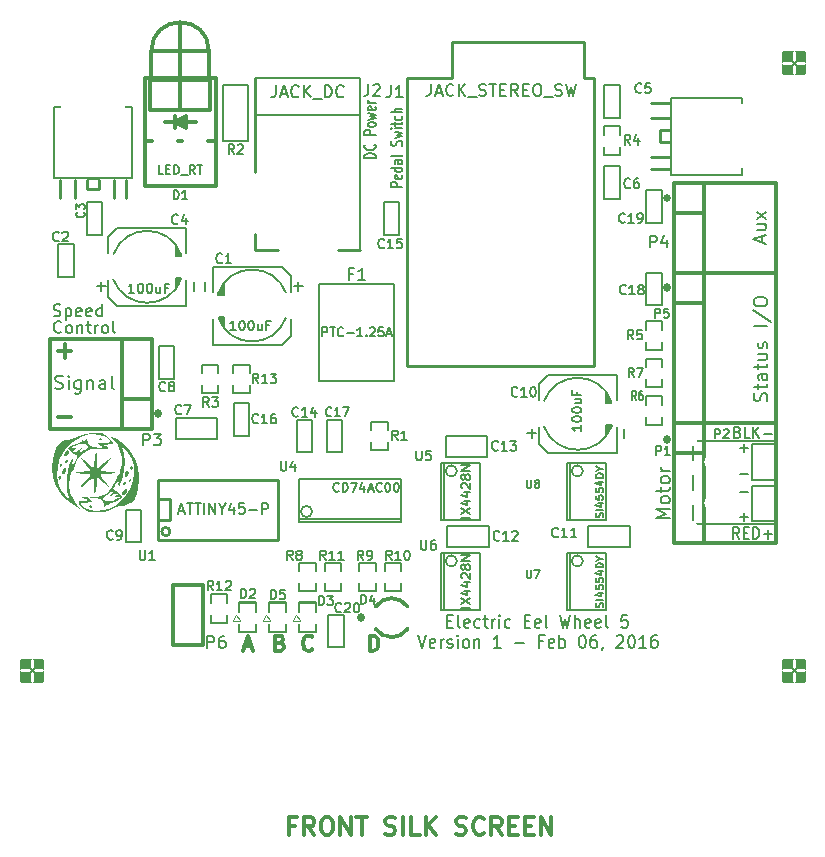
<source format=gto>
G04 (created by PCBNEW (2013-07-07 BZR 4022)-stable) date 2/14/2016 6:55:42 AM*
%MOIN*%
G04 Gerber Fmt 3.4, Leading zero omitted, Abs format*
%FSLAX34Y34*%
G01*
G70*
G90*
G04 APERTURE LIST*
%ADD10C,0.00590551*%
%ADD11C,0.01*%
%ADD12C,0.011811*%
%ADD13C,0.02*%
%ADD14C,0.008*%
%ADD15C,0.005*%
%ADD16C,0.0065*%
%ADD17C,0.006*%
%ADD18C,0.0062*%
%ADD19C,0.0059*%
%ADD20C,0.012*%
%ADD21C,0.00259843*%
%ADD22C,0.00779921*%
%ADD23C,0.025*%
%ADD24C,0.0125*%
%ADD25C,0.0001*%
%ADD26C,0.004*%
%ADD27C,0.0075*%
%ADD28O,0.065X0.025*%
%ADD29R,0.025X0.05*%
%ADD30R,0.045X0.025*%
%ADD31R,0.055X0.055*%
%ADD32C,0.055*%
%ADD33O,0.12X0.062*%
%ADD34O,0.12X0.063*%
%ADD35R,0.221X0.091*%
%ADD36C,0.19*%
%ADD37C,0.2*%
%ADD38C,0.099*%
%ADD39C,0.079*%
%ADD40C,0.118*%
%ADD41C,0.3*%
%ADD42R,0.141701X0.063*%
%ADD43R,0.0394016X0.0354016*%
%ADD44R,0.0629016X0.0392992*%
%ADD45R,0.244X0.2125*%
%ADD46R,0.0512X0.059*%
%ADD47R,0.0392992X0.0629016*%
%ADD48R,0.2125X0.244*%
%ADD49R,0.071X0.063*%
G04 APERTURE END LIST*
G54D10*
G54D11*
X50100Y-12500D02*
X50350Y-12500D01*
X24600Y-32650D02*
X24600Y-32400D01*
X24600Y-32850D02*
X24600Y-33100D01*
X24500Y-32750D02*
X24250Y-32750D01*
X24700Y-32750D02*
X24950Y-32750D01*
X50000Y-32850D02*
X50000Y-33100D01*
X49900Y-32750D02*
X49650Y-32750D01*
X50000Y-32650D02*
X50000Y-32400D01*
X50100Y-32750D02*
X50350Y-32750D01*
X50000Y-12600D02*
X50000Y-12850D01*
X49900Y-12500D02*
X49650Y-12500D01*
X50100Y-12500D02*
X50350Y-12500D01*
X50000Y-12400D02*
X50000Y-12150D01*
G54D12*
X33373Y-37929D02*
X33177Y-37929D01*
X33177Y-38239D02*
X33177Y-37648D01*
X33458Y-37648D01*
X34020Y-38239D02*
X33823Y-37957D01*
X33683Y-38239D02*
X33683Y-37648D01*
X33908Y-37648D01*
X33964Y-37676D01*
X33992Y-37704D01*
X34020Y-37760D01*
X34020Y-37845D01*
X33992Y-37901D01*
X33964Y-37929D01*
X33908Y-37957D01*
X33683Y-37957D01*
X34386Y-37648D02*
X34498Y-37648D01*
X34555Y-37676D01*
X34611Y-37732D01*
X34639Y-37845D01*
X34639Y-38042D01*
X34611Y-38154D01*
X34555Y-38210D01*
X34498Y-38239D01*
X34386Y-38239D01*
X34330Y-38210D01*
X34273Y-38154D01*
X34245Y-38042D01*
X34245Y-37845D01*
X34273Y-37732D01*
X34330Y-37676D01*
X34386Y-37648D01*
X34892Y-38239D02*
X34892Y-37648D01*
X35229Y-38239D01*
X35229Y-37648D01*
X35426Y-37648D02*
X35764Y-37648D01*
X35595Y-38239D02*
X35595Y-37648D01*
X36382Y-38210D02*
X36467Y-38239D01*
X36607Y-38239D01*
X36664Y-38210D01*
X36692Y-38182D01*
X36720Y-38126D01*
X36720Y-38070D01*
X36692Y-38014D01*
X36664Y-37985D01*
X36607Y-37957D01*
X36495Y-37929D01*
X36439Y-37901D01*
X36411Y-37873D01*
X36382Y-37817D01*
X36382Y-37760D01*
X36411Y-37704D01*
X36439Y-37676D01*
X36495Y-37648D01*
X36636Y-37648D01*
X36720Y-37676D01*
X36973Y-38239D02*
X36973Y-37648D01*
X37535Y-38239D02*
X37254Y-38239D01*
X37254Y-37648D01*
X37732Y-38239D02*
X37732Y-37648D01*
X38070Y-38239D02*
X37817Y-37901D01*
X38070Y-37648D02*
X37732Y-37985D01*
X38745Y-38210D02*
X38829Y-38239D01*
X38970Y-38239D01*
X39026Y-38210D01*
X39054Y-38182D01*
X39082Y-38126D01*
X39082Y-38070D01*
X39054Y-38014D01*
X39026Y-37985D01*
X38970Y-37957D01*
X38857Y-37929D01*
X38801Y-37901D01*
X38773Y-37873D01*
X38745Y-37817D01*
X38745Y-37760D01*
X38773Y-37704D01*
X38801Y-37676D01*
X38857Y-37648D01*
X38998Y-37648D01*
X39082Y-37676D01*
X39673Y-38182D02*
X39645Y-38210D01*
X39560Y-38239D01*
X39504Y-38239D01*
X39420Y-38210D01*
X39363Y-38154D01*
X39335Y-38098D01*
X39307Y-37985D01*
X39307Y-37901D01*
X39335Y-37789D01*
X39363Y-37732D01*
X39420Y-37676D01*
X39504Y-37648D01*
X39560Y-37648D01*
X39645Y-37676D01*
X39673Y-37704D01*
X40263Y-38239D02*
X40066Y-37957D01*
X39926Y-38239D02*
X39926Y-37648D01*
X40151Y-37648D01*
X40207Y-37676D01*
X40235Y-37704D01*
X40263Y-37760D01*
X40263Y-37845D01*
X40235Y-37901D01*
X40207Y-37929D01*
X40151Y-37957D01*
X39926Y-37957D01*
X40516Y-37929D02*
X40713Y-37929D01*
X40798Y-38239D02*
X40516Y-38239D01*
X40516Y-37648D01*
X40798Y-37648D01*
X41051Y-37929D02*
X41247Y-37929D01*
X41332Y-38239D02*
X41051Y-38239D01*
X41051Y-37648D01*
X41332Y-37648D01*
X41585Y-38239D02*
X41585Y-37648D01*
X41922Y-38239D01*
X41922Y-37648D01*
G54D13*
X35590Y-30957D02*
X35628Y-30995D01*
X35590Y-31033D01*
X35551Y-30995D01*
X35590Y-30957D01*
X35590Y-31033D01*
X28820Y-24157D02*
X28858Y-24195D01*
X28820Y-24233D01*
X28781Y-24195D01*
X28820Y-24157D01*
X28820Y-24233D01*
X45790Y-16967D02*
X45828Y-17005D01*
X45790Y-17043D01*
X45751Y-17005D01*
X45790Y-16967D01*
X45790Y-17043D01*
X45790Y-19957D02*
X45828Y-19995D01*
X45790Y-20033D01*
X45751Y-19995D01*
X45790Y-19957D01*
X45790Y-20033D01*
X45790Y-25027D02*
X45828Y-25065D01*
X45790Y-25103D01*
X45751Y-25065D01*
X45790Y-25027D01*
X45790Y-25103D01*
G54D12*
X35869Y-32102D02*
X35869Y-31602D01*
X35988Y-31602D01*
X36059Y-31626D01*
X36107Y-31673D01*
X36130Y-31721D01*
X36154Y-31816D01*
X36154Y-31888D01*
X36130Y-31983D01*
X36107Y-32030D01*
X36059Y-32078D01*
X35988Y-32102D01*
X35869Y-32102D01*
X33954Y-32054D02*
X33930Y-32078D01*
X33859Y-32102D01*
X33811Y-32102D01*
X33740Y-32078D01*
X33692Y-32030D01*
X33669Y-31983D01*
X33645Y-31888D01*
X33645Y-31816D01*
X33669Y-31721D01*
X33692Y-31673D01*
X33740Y-31626D01*
X33811Y-31602D01*
X33859Y-31602D01*
X33930Y-31626D01*
X33954Y-31650D01*
X32885Y-31840D02*
X32957Y-31864D01*
X32980Y-31888D01*
X33004Y-31935D01*
X33004Y-32007D01*
X32980Y-32054D01*
X32957Y-32078D01*
X32909Y-32102D01*
X32719Y-32102D01*
X32719Y-31602D01*
X32885Y-31602D01*
X32933Y-31626D01*
X32957Y-31650D01*
X32980Y-31697D01*
X32980Y-31745D01*
X32957Y-31792D01*
X32933Y-31816D01*
X32885Y-31840D01*
X32719Y-31840D01*
X31680Y-31959D02*
X31919Y-31959D01*
X31633Y-32102D02*
X31800Y-31602D01*
X31966Y-32102D01*
G54D14*
X38459Y-31120D02*
X38592Y-31120D01*
X38649Y-31340D02*
X38459Y-31340D01*
X38459Y-30920D01*
X38649Y-30920D01*
X38878Y-31340D02*
X38840Y-31320D01*
X38821Y-31280D01*
X38821Y-30920D01*
X39183Y-31320D02*
X39145Y-31340D01*
X39069Y-31340D01*
X39030Y-31320D01*
X39011Y-31280D01*
X39011Y-31120D01*
X39030Y-31080D01*
X39069Y-31060D01*
X39145Y-31060D01*
X39183Y-31080D01*
X39202Y-31120D01*
X39202Y-31160D01*
X39011Y-31200D01*
X39545Y-31320D02*
X39507Y-31340D01*
X39430Y-31340D01*
X39392Y-31320D01*
X39373Y-31300D01*
X39354Y-31260D01*
X39354Y-31140D01*
X39373Y-31100D01*
X39392Y-31080D01*
X39430Y-31060D01*
X39507Y-31060D01*
X39545Y-31080D01*
X39659Y-31060D02*
X39811Y-31060D01*
X39716Y-30920D02*
X39716Y-31280D01*
X39735Y-31320D01*
X39773Y-31340D01*
X39811Y-31340D01*
X39945Y-31340D02*
X39945Y-31060D01*
X39945Y-31140D02*
X39964Y-31100D01*
X39983Y-31080D01*
X40021Y-31060D01*
X40059Y-31060D01*
X40192Y-31340D02*
X40192Y-31060D01*
X40192Y-30920D02*
X40173Y-30940D01*
X40192Y-30960D01*
X40211Y-30940D01*
X40192Y-30920D01*
X40192Y-30960D01*
X40554Y-31320D02*
X40516Y-31340D01*
X40440Y-31340D01*
X40402Y-31320D01*
X40383Y-31300D01*
X40364Y-31260D01*
X40364Y-31140D01*
X40383Y-31100D01*
X40402Y-31080D01*
X40440Y-31060D01*
X40516Y-31060D01*
X40554Y-31080D01*
X41030Y-31120D02*
X41164Y-31120D01*
X41221Y-31340D02*
X41030Y-31340D01*
X41030Y-30920D01*
X41221Y-30920D01*
X41545Y-31320D02*
X41507Y-31340D01*
X41430Y-31340D01*
X41392Y-31320D01*
X41373Y-31280D01*
X41373Y-31120D01*
X41392Y-31080D01*
X41430Y-31060D01*
X41507Y-31060D01*
X41545Y-31080D01*
X41564Y-31120D01*
X41564Y-31160D01*
X41373Y-31200D01*
X41792Y-31340D02*
X41754Y-31320D01*
X41735Y-31280D01*
X41735Y-30920D01*
X42211Y-30920D02*
X42307Y-31340D01*
X42383Y-31040D01*
X42459Y-31340D01*
X42554Y-30920D01*
X42707Y-31340D02*
X42707Y-30920D01*
X42878Y-31340D02*
X42878Y-31120D01*
X42859Y-31080D01*
X42821Y-31060D01*
X42764Y-31060D01*
X42726Y-31080D01*
X42707Y-31100D01*
X43221Y-31320D02*
X43183Y-31340D01*
X43107Y-31340D01*
X43069Y-31320D01*
X43049Y-31280D01*
X43049Y-31120D01*
X43069Y-31080D01*
X43107Y-31060D01*
X43183Y-31060D01*
X43221Y-31080D01*
X43240Y-31120D01*
X43240Y-31160D01*
X43049Y-31200D01*
X43564Y-31320D02*
X43526Y-31340D01*
X43449Y-31340D01*
X43411Y-31320D01*
X43392Y-31280D01*
X43392Y-31120D01*
X43411Y-31080D01*
X43449Y-31060D01*
X43526Y-31060D01*
X43564Y-31080D01*
X43583Y-31120D01*
X43583Y-31160D01*
X43392Y-31200D01*
X43811Y-31340D02*
X43773Y-31320D01*
X43754Y-31280D01*
X43754Y-30920D01*
X44459Y-30920D02*
X44269Y-30920D01*
X44249Y-31120D01*
X44269Y-31100D01*
X44307Y-31080D01*
X44402Y-31080D01*
X44440Y-31100D01*
X44459Y-31120D01*
X44478Y-31160D01*
X44478Y-31260D01*
X44459Y-31300D01*
X44440Y-31320D01*
X44402Y-31340D01*
X44307Y-31340D01*
X44269Y-31320D01*
X44249Y-31300D01*
X37488Y-31588D02*
X37621Y-32008D01*
X37754Y-31588D01*
X38040Y-31988D02*
X38002Y-32008D01*
X37926Y-32008D01*
X37888Y-31988D01*
X37869Y-31948D01*
X37869Y-31788D01*
X37888Y-31748D01*
X37926Y-31728D01*
X38002Y-31728D01*
X38040Y-31748D01*
X38059Y-31788D01*
X38059Y-31828D01*
X37869Y-31868D01*
X38230Y-32008D02*
X38230Y-31728D01*
X38230Y-31808D02*
X38250Y-31768D01*
X38269Y-31748D01*
X38307Y-31728D01*
X38345Y-31728D01*
X38459Y-31988D02*
X38497Y-32008D01*
X38573Y-32008D01*
X38611Y-31988D01*
X38630Y-31948D01*
X38630Y-31928D01*
X38611Y-31888D01*
X38573Y-31868D01*
X38516Y-31868D01*
X38478Y-31848D01*
X38459Y-31808D01*
X38459Y-31788D01*
X38478Y-31748D01*
X38516Y-31728D01*
X38573Y-31728D01*
X38611Y-31748D01*
X38802Y-32008D02*
X38802Y-31728D01*
X38802Y-31588D02*
X38783Y-31608D01*
X38802Y-31628D01*
X38821Y-31608D01*
X38802Y-31588D01*
X38802Y-31628D01*
X39050Y-32008D02*
X39011Y-31988D01*
X38992Y-31968D01*
X38973Y-31928D01*
X38973Y-31808D01*
X38992Y-31768D01*
X39011Y-31748D01*
X39050Y-31728D01*
X39107Y-31728D01*
X39145Y-31748D01*
X39164Y-31768D01*
X39183Y-31808D01*
X39183Y-31928D01*
X39164Y-31968D01*
X39145Y-31988D01*
X39107Y-32008D01*
X39050Y-32008D01*
X39354Y-31728D02*
X39354Y-32008D01*
X39354Y-31768D02*
X39373Y-31748D01*
X39411Y-31728D01*
X39469Y-31728D01*
X39507Y-31748D01*
X39526Y-31788D01*
X39526Y-32008D01*
X40230Y-32008D02*
X40002Y-32008D01*
X40116Y-32008D02*
X40116Y-31588D01*
X40078Y-31648D01*
X40040Y-31688D01*
X40002Y-31708D01*
X40707Y-31848D02*
X41011Y-31848D01*
X41640Y-31788D02*
X41507Y-31788D01*
X41507Y-32008D02*
X41507Y-31588D01*
X41697Y-31588D01*
X42002Y-31988D02*
X41964Y-32008D01*
X41888Y-32008D01*
X41849Y-31988D01*
X41830Y-31948D01*
X41830Y-31788D01*
X41849Y-31748D01*
X41888Y-31728D01*
X41964Y-31728D01*
X42002Y-31748D01*
X42021Y-31788D01*
X42021Y-31828D01*
X41830Y-31868D01*
X42192Y-32008D02*
X42192Y-31588D01*
X42192Y-31748D02*
X42230Y-31728D01*
X42307Y-31728D01*
X42345Y-31748D01*
X42364Y-31768D01*
X42383Y-31808D01*
X42383Y-31928D01*
X42364Y-31968D01*
X42345Y-31988D01*
X42307Y-32008D01*
X42230Y-32008D01*
X42192Y-31988D01*
X42935Y-31588D02*
X42973Y-31588D01*
X43011Y-31608D01*
X43030Y-31628D01*
X43049Y-31668D01*
X43069Y-31748D01*
X43069Y-31848D01*
X43049Y-31928D01*
X43030Y-31968D01*
X43011Y-31988D01*
X42973Y-32008D01*
X42935Y-32008D01*
X42897Y-31988D01*
X42878Y-31968D01*
X42859Y-31928D01*
X42840Y-31848D01*
X42840Y-31748D01*
X42859Y-31668D01*
X42878Y-31628D01*
X42897Y-31608D01*
X42935Y-31588D01*
X43411Y-31588D02*
X43335Y-31588D01*
X43297Y-31608D01*
X43278Y-31628D01*
X43240Y-31688D01*
X43221Y-31768D01*
X43221Y-31928D01*
X43240Y-31968D01*
X43259Y-31988D01*
X43297Y-32008D01*
X43373Y-32008D01*
X43411Y-31988D01*
X43430Y-31968D01*
X43449Y-31928D01*
X43449Y-31828D01*
X43430Y-31788D01*
X43411Y-31768D01*
X43373Y-31748D01*
X43297Y-31748D01*
X43259Y-31768D01*
X43240Y-31788D01*
X43221Y-31828D01*
X43640Y-31988D02*
X43640Y-32008D01*
X43621Y-32048D01*
X43602Y-32068D01*
X44097Y-31628D02*
X44116Y-31608D01*
X44154Y-31588D01*
X44249Y-31588D01*
X44288Y-31608D01*
X44307Y-31628D01*
X44326Y-31668D01*
X44326Y-31708D01*
X44307Y-31768D01*
X44078Y-32008D01*
X44326Y-32008D01*
X44573Y-31588D02*
X44611Y-31588D01*
X44649Y-31608D01*
X44669Y-31628D01*
X44688Y-31668D01*
X44707Y-31748D01*
X44707Y-31848D01*
X44688Y-31928D01*
X44669Y-31968D01*
X44649Y-31988D01*
X44611Y-32008D01*
X44573Y-32008D01*
X44535Y-31988D01*
X44516Y-31968D01*
X44497Y-31928D01*
X44478Y-31848D01*
X44478Y-31748D01*
X44497Y-31668D01*
X44516Y-31628D01*
X44535Y-31608D01*
X44573Y-31588D01*
X45088Y-32008D02*
X44859Y-32008D01*
X44973Y-32008D02*
X44973Y-31588D01*
X44935Y-31648D01*
X44897Y-31688D01*
X44859Y-31708D01*
X45430Y-31588D02*
X45354Y-31588D01*
X45316Y-31608D01*
X45297Y-31628D01*
X45259Y-31688D01*
X45240Y-31768D01*
X45240Y-31928D01*
X45259Y-31968D01*
X45278Y-31988D01*
X45316Y-32008D01*
X45392Y-32008D01*
X45430Y-31988D01*
X45449Y-31968D01*
X45469Y-31928D01*
X45469Y-31828D01*
X45449Y-31788D01*
X45430Y-31768D01*
X45392Y-31748D01*
X45316Y-31748D01*
X45278Y-31768D01*
X45259Y-31788D01*
X45240Y-31828D01*
G54D15*
X48216Y-25358D02*
X48483Y-25358D01*
X48350Y-25491D02*
X48350Y-25225D01*
X48216Y-27658D02*
X48483Y-27658D01*
X48350Y-27791D02*
X48350Y-27525D01*
X48216Y-26808D02*
X48483Y-26808D01*
X48216Y-26208D02*
X48483Y-26208D01*
G54D16*
X25385Y-23360D02*
X25450Y-23382D01*
X25557Y-23382D01*
X25600Y-23360D01*
X25621Y-23339D01*
X25642Y-23296D01*
X25642Y-23253D01*
X25621Y-23210D01*
X25600Y-23189D01*
X25557Y-23167D01*
X25471Y-23146D01*
X25428Y-23125D01*
X25407Y-23103D01*
X25385Y-23060D01*
X25385Y-23017D01*
X25407Y-22975D01*
X25428Y-22953D01*
X25471Y-22932D01*
X25578Y-22932D01*
X25642Y-22953D01*
X25835Y-23382D02*
X25835Y-23082D01*
X25835Y-22932D02*
X25814Y-22953D01*
X25835Y-22975D01*
X25857Y-22953D01*
X25835Y-22932D01*
X25835Y-22975D01*
X26242Y-23082D02*
X26242Y-23446D01*
X26221Y-23489D01*
X26200Y-23510D01*
X26157Y-23532D01*
X26092Y-23532D01*
X26050Y-23510D01*
X26242Y-23360D02*
X26200Y-23382D01*
X26114Y-23382D01*
X26071Y-23360D01*
X26050Y-23339D01*
X26028Y-23296D01*
X26028Y-23167D01*
X26050Y-23125D01*
X26071Y-23103D01*
X26114Y-23082D01*
X26200Y-23082D01*
X26242Y-23103D01*
X26457Y-23082D02*
X26457Y-23382D01*
X26457Y-23125D02*
X26478Y-23103D01*
X26521Y-23082D01*
X26585Y-23082D01*
X26628Y-23103D01*
X26650Y-23146D01*
X26650Y-23382D01*
X27057Y-23382D02*
X27057Y-23146D01*
X27035Y-23103D01*
X26992Y-23082D01*
X26907Y-23082D01*
X26864Y-23103D01*
X27057Y-23360D02*
X27014Y-23382D01*
X26907Y-23382D01*
X26864Y-23360D01*
X26842Y-23317D01*
X26842Y-23275D01*
X26864Y-23232D01*
X26907Y-23210D01*
X27014Y-23210D01*
X27057Y-23189D01*
X27335Y-23382D02*
X27292Y-23360D01*
X27271Y-23317D01*
X27271Y-22932D01*
G54D12*
X25475Y-24314D02*
X25924Y-24314D01*
X25475Y-22114D02*
X25924Y-22114D01*
X25700Y-22339D02*
X25700Y-21889D01*
G54D17*
X36953Y-16640D02*
X36573Y-16640D01*
X36573Y-16533D01*
X36591Y-16506D01*
X36610Y-16493D01*
X36646Y-16480D01*
X36700Y-16480D01*
X36736Y-16493D01*
X36754Y-16506D01*
X36772Y-16533D01*
X36772Y-16640D01*
X36935Y-16253D02*
X36953Y-16280D01*
X36953Y-16333D01*
X36935Y-16360D01*
X36899Y-16373D01*
X36754Y-16373D01*
X36718Y-16360D01*
X36700Y-16333D01*
X36700Y-16280D01*
X36718Y-16253D01*
X36754Y-16240D01*
X36790Y-16240D01*
X36827Y-16373D01*
X36953Y-16000D02*
X36573Y-16000D01*
X36935Y-16000D02*
X36953Y-16026D01*
X36953Y-16080D01*
X36935Y-16106D01*
X36917Y-16120D01*
X36881Y-16133D01*
X36772Y-16133D01*
X36736Y-16120D01*
X36718Y-16106D01*
X36700Y-16080D01*
X36700Y-16026D01*
X36718Y-16000D01*
X36953Y-15746D02*
X36754Y-15746D01*
X36718Y-15760D01*
X36700Y-15786D01*
X36700Y-15840D01*
X36718Y-15866D01*
X36935Y-15746D02*
X36953Y-15773D01*
X36953Y-15840D01*
X36935Y-15866D01*
X36899Y-15880D01*
X36863Y-15880D01*
X36827Y-15866D01*
X36809Y-15840D01*
X36809Y-15773D01*
X36790Y-15746D01*
X36953Y-15573D02*
X36935Y-15600D01*
X36899Y-15613D01*
X36573Y-15613D01*
X36935Y-15266D02*
X36953Y-15226D01*
X36953Y-15160D01*
X36935Y-15133D01*
X36917Y-15120D01*
X36881Y-15106D01*
X36845Y-15106D01*
X36809Y-15120D01*
X36790Y-15133D01*
X36772Y-15160D01*
X36754Y-15213D01*
X36736Y-15240D01*
X36718Y-15253D01*
X36682Y-15266D01*
X36646Y-15266D01*
X36610Y-15253D01*
X36591Y-15240D01*
X36573Y-15213D01*
X36573Y-15146D01*
X36591Y-15106D01*
X36700Y-15013D02*
X36953Y-14960D01*
X36772Y-14906D01*
X36953Y-14853D01*
X36700Y-14800D01*
X36953Y-14693D02*
X36700Y-14693D01*
X36573Y-14693D02*
X36591Y-14706D01*
X36610Y-14693D01*
X36591Y-14680D01*
X36573Y-14693D01*
X36610Y-14693D01*
X36700Y-14600D02*
X36700Y-14493D01*
X36573Y-14560D02*
X36899Y-14560D01*
X36935Y-14546D01*
X36953Y-14520D01*
X36953Y-14493D01*
X36935Y-14280D02*
X36953Y-14306D01*
X36953Y-14360D01*
X36935Y-14386D01*
X36917Y-14400D01*
X36881Y-14413D01*
X36772Y-14413D01*
X36736Y-14400D01*
X36718Y-14386D01*
X36700Y-14360D01*
X36700Y-14306D01*
X36718Y-14280D01*
X36953Y-14160D02*
X36573Y-14160D01*
X36953Y-14040D02*
X36754Y-14040D01*
X36718Y-14053D01*
X36700Y-14080D01*
X36700Y-14120D01*
X36718Y-14146D01*
X36736Y-14160D01*
X36063Y-15680D02*
X35683Y-15680D01*
X35683Y-15613D01*
X35701Y-15573D01*
X35738Y-15546D01*
X35774Y-15533D01*
X35846Y-15520D01*
X35900Y-15520D01*
X35973Y-15533D01*
X36009Y-15546D01*
X36045Y-15573D01*
X36063Y-15613D01*
X36063Y-15680D01*
X36027Y-15240D02*
X36045Y-15253D01*
X36063Y-15293D01*
X36063Y-15320D01*
X36045Y-15360D01*
X36009Y-15386D01*
X35973Y-15400D01*
X35900Y-15413D01*
X35846Y-15413D01*
X35774Y-15400D01*
X35738Y-15386D01*
X35701Y-15360D01*
X35683Y-15320D01*
X35683Y-15293D01*
X35701Y-15253D01*
X35720Y-15240D01*
X36063Y-14906D02*
X35683Y-14906D01*
X35683Y-14800D01*
X35701Y-14773D01*
X35720Y-14760D01*
X35756Y-14746D01*
X35810Y-14746D01*
X35846Y-14760D01*
X35864Y-14773D01*
X35882Y-14800D01*
X35882Y-14906D01*
X36063Y-14586D02*
X36045Y-14613D01*
X36027Y-14626D01*
X35991Y-14640D01*
X35882Y-14640D01*
X35846Y-14626D01*
X35828Y-14613D01*
X35810Y-14586D01*
X35810Y-14546D01*
X35828Y-14520D01*
X35846Y-14506D01*
X35882Y-14493D01*
X35991Y-14493D01*
X36027Y-14506D01*
X36045Y-14520D01*
X36063Y-14546D01*
X36063Y-14586D01*
X35810Y-14400D02*
X36063Y-14346D01*
X35882Y-14293D01*
X36063Y-14240D01*
X35810Y-14186D01*
X36045Y-13973D02*
X36063Y-14000D01*
X36063Y-14053D01*
X36045Y-14080D01*
X36009Y-14093D01*
X35864Y-14093D01*
X35828Y-14080D01*
X35810Y-14053D01*
X35810Y-14000D01*
X35828Y-13973D01*
X35864Y-13960D01*
X35900Y-13960D01*
X35937Y-14093D01*
X36063Y-13840D02*
X35810Y-13840D01*
X35882Y-13840D02*
X35846Y-13826D01*
X35828Y-13813D01*
X35810Y-13786D01*
X35810Y-13760D01*
X25588Y-21473D02*
X25569Y-21492D01*
X25511Y-21511D01*
X25473Y-21511D01*
X25416Y-21492D01*
X25378Y-21454D01*
X25359Y-21416D01*
X25340Y-21340D01*
X25340Y-21283D01*
X25359Y-21207D01*
X25378Y-21169D01*
X25416Y-21130D01*
X25473Y-21111D01*
X25511Y-21111D01*
X25569Y-21130D01*
X25588Y-21150D01*
X25816Y-21511D02*
X25778Y-21492D01*
X25759Y-21473D01*
X25740Y-21435D01*
X25740Y-21321D01*
X25759Y-21283D01*
X25778Y-21264D01*
X25816Y-21245D01*
X25873Y-21245D01*
X25911Y-21264D01*
X25930Y-21283D01*
X25950Y-21321D01*
X25950Y-21435D01*
X25930Y-21473D01*
X25911Y-21492D01*
X25873Y-21511D01*
X25816Y-21511D01*
X26121Y-21245D02*
X26121Y-21511D01*
X26121Y-21283D02*
X26140Y-21264D01*
X26178Y-21245D01*
X26235Y-21245D01*
X26273Y-21264D01*
X26292Y-21302D01*
X26292Y-21511D01*
X26426Y-21245D02*
X26578Y-21245D01*
X26483Y-21111D02*
X26483Y-21454D01*
X26502Y-21492D01*
X26540Y-21511D01*
X26578Y-21511D01*
X26711Y-21511D02*
X26711Y-21245D01*
X26711Y-21321D02*
X26730Y-21283D01*
X26750Y-21264D01*
X26788Y-21245D01*
X26826Y-21245D01*
X27016Y-21511D02*
X26978Y-21492D01*
X26959Y-21473D01*
X26940Y-21435D01*
X26940Y-21321D01*
X26959Y-21283D01*
X26978Y-21264D01*
X27016Y-21245D01*
X27073Y-21245D01*
X27111Y-21264D01*
X27130Y-21283D01*
X27150Y-21321D01*
X27150Y-21435D01*
X27130Y-21473D01*
X27111Y-21492D01*
X27073Y-21511D01*
X27016Y-21511D01*
X27378Y-21511D02*
X27340Y-21492D01*
X27321Y-21454D01*
X27321Y-21111D01*
G54D18*
X48188Y-28363D02*
X48071Y-28182D01*
X47988Y-28363D02*
X47988Y-27983D01*
X48121Y-27983D01*
X48155Y-28001D01*
X48171Y-28020D01*
X48188Y-28056D01*
X48188Y-28110D01*
X48171Y-28146D01*
X48155Y-28164D01*
X48121Y-28182D01*
X47988Y-28182D01*
X48338Y-28164D02*
X48455Y-28164D01*
X48505Y-28363D02*
X48338Y-28363D01*
X48338Y-27983D01*
X48505Y-27983D01*
X48655Y-28363D02*
X48655Y-27983D01*
X48738Y-27983D01*
X48788Y-28001D01*
X48821Y-28038D01*
X48838Y-28074D01*
X48855Y-28146D01*
X48855Y-28200D01*
X48838Y-28273D01*
X48821Y-28309D01*
X48788Y-28345D01*
X48738Y-28363D01*
X48655Y-28363D01*
X49005Y-28219D02*
X49271Y-28219D01*
X49138Y-28363D02*
X49138Y-28074D01*
X48141Y-24814D02*
X48191Y-24832D01*
X48208Y-24850D01*
X48225Y-24887D01*
X48225Y-24941D01*
X48208Y-24977D01*
X48191Y-24995D01*
X48158Y-25013D01*
X48025Y-25013D01*
X48025Y-24633D01*
X48141Y-24633D01*
X48175Y-24651D01*
X48191Y-24670D01*
X48208Y-24706D01*
X48208Y-24742D01*
X48191Y-24778D01*
X48175Y-24796D01*
X48141Y-24814D01*
X48025Y-24814D01*
X48541Y-25013D02*
X48375Y-25013D01*
X48375Y-24633D01*
X48658Y-25013D02*
X48658Y-24633D01*
X48858Y-25013D02*
X48708Y-24796D01*
X48858Y-24633D02*
X48658Y-24850D01*
X49008Y-24869D02*
X49275Y-24869D01*
G54D15*
X38340Y-25850D02*
X38340Y-27750D01*
X39550Y-25850D02*
X38250Y-25850D01*
X38250Y-25850D02*
X38250Y-27750D01*
X38250Y-27750D02*
X39550Y-27750D01*
X39550Y-27750D02*
X39550Y-25850D01*
X38776Y-26110D02*
G75*
G03X38776Y-26110I-186J0D01*
G74*
G01*
X38340Y-28850D02*
X38340Y-30750D01*
X39550Y-28850D02*
X38250Y-28850D01*
X38250Y-28850D02*
X38250Y-30750D01*
X38250Y-30750D02*
X39550Y-30750D01*
X39550Y-30750D02*
X39550Y-28850D01*
X38776Y-29110D02*
G75*
G03X38776Y-29110I-186J0D01*
G74*
G01*
X33500Y-27820D02*
X36900Y-27820D01*
X33500Y-26380D02*
X33500Y-27820D01*
X33500Y-27720D02*
X36900Y-27720D01*
X36900Y-27820D02*
X36900Y-26380D01*
X36900Y-26380D02*
X33500Y-26380D01*
X33946Y-27460D02*
G75*
G03X33946Y-27460I-186J0D01*
G74*
G01*
G54D19*
X35925Y-25147D02*
X35925Y-25425D01*
X35925Y-25425D02*
X36475Y-25425D01*
X36475Y-25425D02*
X36475Y-25147D01*
X35925Y-24475D02*
X35925Y-24753D01*
X35925Y-24475D02*
X36475Y-24475D01*
X36475Y-24475D02*
X36475Y-24753D01*
X30275Y-23247D02*
X30275Y-23525D01*
X30275Y-23525D02*
X30825Y-23525D01*
X30825Y-23525D02*
X30825Y-23247D01*
X30275Y-22575D02*
X30275Y-22853D01*
X30275Y-22575D02*
X30825Y-22575D01*
X30825Y-22575D02*
X30825Y-22853D01*
G54D20*
X30300Y-31900D02*
X29300Y-31900D01*
X29300Y-31900D02*
X29300Y-29900D01*
X29300Y-29900D02*
X30300Y-29900D01*
X30300Y-29900D02*
X30300Y-31900D01*
G54D19*
X49385Y-26401D02*
X48598Y-26401D01*
X48598Y-26401D02*
X48598Y-25220D01*
X48598Y-25220D02*
X49385Y-25220D01*
X49385Y-27779D02*
X48598Y-27779D01*
X48598Y-27779D02*
X48598Y-26598D01*
X48598Y-26598D02*
X49385Y-26598D01*
X46629Y-27877D02*
X46629Y-25122D01*
X46629Y-25122D02*
X49385Y-25122D01*
X49385Y-25122D02*
X49385Y-27877D01*
X49385Y-27877D02*
X46629Y-27877D01*
G54D15*
X36680Y-19890D02*
X36680Y-23110D01*
X36680Y-23110D02*
X34180Y-23110D01*
X34180Y-23110D02*
X34180Y-19890D01*
X34180Y-19890D02*
X36680Y-19890D01*
G54D11*
X35550Y-18750D02*
X34800Y-18750D01*
X32050Y-18750D02*
X32800Y-18750D01*
X32050Y-18200D02*
X32050Y-18750D01*
X32050Y-13000D02*
X32050Y-16150D01*
G54D14*
X35550Y-14250D02*
X32050Y-14250D01*
X35550Y-18750D02*
X35550Y-13000D01*
X35550Y-13000D02*
X32050Y-13000D01*
G54D11*
X43350Y-13000D02*
X43350Y-22600D01*
X38600Y-11800D02*
X43000Y-11800D01*
X43000Y-11800D02*
X43000Y-13000D01*
X38600Y-13000D02*
X38600Y-11800D01*
X43350Y-13000D02*
X43000Y-13000D01*
X37100Y-13000D02*
X38600Y-13000D01*
X43350Y-22600D02*
X37100Y-22600D01*
X37100Y-22600D02*
X37100Y-13000D01*
X29208Y-28130D02*
G75*
G03X29208Y-28130I-138J0D01*
G74*
G01*
X28800Y-27040D02*
X29200Y-27040D01*
X29200Y-27040D02*
X29200Y-27760D01*
X29200Y-27760D02*
X28800Y-27760D01*
X28800Y-26400D02*
X32800Y-26400D01*
X32800Y-26400D02*
X32800Y-28400D01*
X32800Y-28400D02*
X28800Y-28400D01*
X28800Y-28400D02*
X28800Y-26400D01*
G54D19*
X43930Y-24620D02*
X43930Y-24570D01*
X43920Y-23830D02*
X43920Y-23790D01*
X43921Y-23783D02*
G75*
G03X41680Y-23779I-1121J-416D01*
G74*
G01*
X41671Y-24624D02*
G75*
G03X43929Y-24620I1128J424D01*
G74*
G01*
X43900Y-23740D02*
X43900Y-23830D01*
X43850Y-23640D02*
X43850Y-23830D01*
X43800Y-23560D02*
X43800Y-23830D01*
X43750Y-23490D02*
X43750Y-23830D01*
X43750Y-23830D02*
X43920Y-23830D01*
X43750Y-24570D02*
X43930Y-24570D01*
X43900Y-24680D02*
X43900Y-24570D01*
X43850Y-24780D02*
X43850Y-24570D01*
X43800Y-24860D02*
X43800Y-24570D01*
X43750Y-24930D02*
X43750Y-24570D01*
X44100Y-25500D02*
X44100Y-24640D01*
X44100Y-22900D02*
X44100Y-23760D01*
X41500Y-25200D02*
X41500Y-24640D01*
X41500Y-23750D02*
X41500Y-23200D01*
X44360Y-25000D02*
X44360Y-24700D01*
X44100Y-22900D02*
X41800Y-22900D01*
X41800Y-22900D02*
X41500Y-23200D01*
X41500Y-25200D02*
X41800Y-25500D01*
X41800Y-25500D02*
X44100Y-25500D01*
X41120Y-24860D02*
X41420Y-24860D01*
X41270Y-25000D02*
X41270Y-24700D01*
X30820Y-20180D02*
X30820Y-20230D01*
X30830Y-20970D02*
X30830Y-21010D01*
X30828Y-21016D02*
G75*
G03X33069Y-21020I1121J416D01*
G74*
G01*
X33078Y-20175D02*
G75*
G03X30820Y-20179I-1128J-424D01*
G74*
G01*
X30850Y-21060D02*
X30850Y-20970D01*
X30900Y-21160D02*
X30900Y-20970D01*
X30950Y-21240D02*
X30950Y-20970D01*
X31000Y-21310D02*
X31000Y-20970D01*
X31000Y-20970D02*
X30830Y-20970D01*
X31000Y-20230D02*
X30820Y-20230D01*
X30850Y-20120D02*
X30850Y-20230D01*
X30900Y-20020D02*
X30900Y-20230D01*
X30950Y-19940D02*
X30950Y-20230D01*
X31000Y-19870D02*
X31000Y-20230D01*
X30650Y-19300D02*
X30650Y-20160D01*
X30650Y-21900D02*
X30650Y-21040D01*
X33250Y-19600D02*
X33250Y-20160D01*
X33250Y-21050D02*
X33250Y-21600D01*
X30390Y-19800D02*
X30390Y-20100D01*
X30650Y-21900D02*
X32950Y-21900D01*
X32950Y-21900D02*
X33250Y-21600D01*
X33250Y-19600D02*
X32950Y-19300D01*
X32950Y-19300D02*
X30650Y-19300D01*
X33630Y-19940D02*
X33330Y-19940D01*
X33480Y-19800D02*
X33480Y-20100D01*
X29580Y-19720D02*
X29580Y-19670D01*
X29570Y-18930D02*
X29570Y-18890D01*
X29571Y-18883D02*
G75*
G03X27330Y-18879I-1121J-416D01*
G74*
G01*
X27321Y-19724D02*
G75*
G03X29579Y-19720I1128J424D01*
G74*
G01*
X29550Y-18840D02*
X29550Y-18930D01*
X29500Y-18740D02*
X29500Y-18930D01*
X29450Y-18660D02*
X29450Y-18930D01*
X29400Y-18590D02*
X29400Y-18930D01*
X29400Y-18930D02*
X29570Y-18930D01*
X29400Y-19670D02*
X29580Y-19670D01*
X29550Y-19780D02*
X29550Y-19670D01*
X29500Y-19880D02*
X29500Y-19670D01*
X29450Y-19960D02*
X29450Y-19670D01*
X29400Y-20030D02*
X29400Y-19670D01*
X29750Y-20600D02*
X29750Y-19740D01*
X29750Y-18000D02*
X29750Y-18860D01*
X27150Y-20300D02*
X27150Y-19740D01*
X27150Y-18850D02*
X27150Y-18300D01*
X30010Y-20100D02*
X30010Y-19800D01*
X29750Y-18000D02*
X27450Y-18000D01*
X27450Y-18000D02*
X27150Y-18300D01*
X27150Y-20300D02*
X27450Y-20600D01*
X27450Y-20600D02*
X29750Y-20600D01*
X26770Y-19960D02*
X27070Y-19960D01*
X26920Y-20100D02*
X26920Y-19800D01*
X33440Y-25490D02*
X33960Y-25490D01*
X33440Y-24410D02*
X33440Y-25490D01*
X33960Y-25490D02*
X33960Y-24410D01*
X33440Y-24410D02*
X33960Y-24410D01*
X26010Y-18560D02*
X25490Y-18560D01*
X26010Y-19640D02*
X26010Y-18560D01*
X25490Y-18560D02*
X25490Y-19640D01*
X26010Y-19640D02*
X25490Y-19640D01*
X28840Y-23040D02*
X29360Y-23040D01*
X28840Y-21960D02*
X28840Y-23040D01*
X29360Y-23040D02*
X29360Y-21960D01*
X28840Y-21960D02*
X29360Y-21960D01*
X43690Y-14340D02*
X44210Y-14340D01*
X43690Y-13260D02*
X43690Y-14340D01*
X44210Y-14340D02*
X44210Y-13260D01*
X43690Y-13260D02*
X44210Y-13260D01*
X27740Y-28490D02*
X28260Y-28490D01*
X27740Y-27410D02*
X27740Y-28490D01*
X28260Y-28490D02*
X28260Y-27410D01*
X27740Y-27410D02*
X28260Y-27410D01*
X44210Y-15960D02*
X43690Y-15960D01*
X44210Y-17040D02*
X44210Y-15960D01*
X43690Y-15960D02*
X43690Y-17040D01*
X44210Y-17040D02*
X43690Y-17040D01*
X26960Y-17160D02*
X26440Y-17160D01*
X26960Y-18240D02*
X26960Y-17160D01*
X26440Y-17160D02*
X26440Y-18240D01*
X26960Y-18240D02*
X26440Y-18240D01*
G54D11*
X45860Y-14360D02*
X45260Y-14360D01*
X45860Y-13860D02*
X45260Y-13860D01*
X45860Y-16060D02*
X45260Y-16060D01*
X45860Y-15660D02*
X45260Y-15660D01*
X45860Y-15160D02*
X45560Y-15160D01*
X45560Y-15160D02*
X45560Y-14760D01*
X45560Y-14760D02*
X45860Y-14760D01*
G54D21*
X45870Y-14790D02*
X45870Y-15130D01*
G54D14*
X48270Y-16250D02*
X45910Y-16250D01*
X45910Y-16250D02*
X45910Y-13670D01*
X45910Y-13670D02*
X48270Y-13670D01*
X48269Y-13670D02*
X48269Y-16250D01*
X48310Y-13950D02*
X48590Y-13950D01*
X48590Y-13950D02*
X48770Y-14130D01*
X48770Y-14130D02*
X48770Y-15790D01*
X48770Y-15790D02*
X48590Y-15970D01*
X48590Y-15970D02*
X48310Y-15970D01*
X48310Y-15970D02*
X48310Y-13950D01*
G54D22*
X48310Y-13950D02*
X48590Y-13950D01*
X48590Y-13950D02*
X48770Y-14130D01*
X48770Y-14130D02*
X48770Y-15790D01*
X48770Y-15790D02*
X48590Y-15970D01*
X48590Y-15970D02*
X48310Y-15970D01*
X48310Y-15970D02*
X48310Y-13950D01*
G54D20*
X27600Y-24700D02*
X25200Y-24700D01*
X25200Y-24700D02*
X25200Y-21700D01*
X27600Y-21700D02*
X25200Y-21700D01*
X28600Y-24700D02*
X27600Y-24700D01*
X27600Y-24700D02*
X27600Y-21700D01*
X27600Y-21700D02*
X28600Y-21700D01*
X28600Y-21700D02*
X28600Y-24700D01*
X27600Y-23700D02*
X28600Y-23700D01*
X47000Y-28500D02*
X49400Y-28500D01*
X49400Y-28500D02*
X49400Y-24500D01*
X49400Y-24500D02*
X47000Y-24500D01*
X47000Y-24500D02*
X47000Y-24500D01*
X46000Y-24500D02*
X47000Y-24500D01*
X47000Y-24500D02*
X47000Y-24500D01*
X47000Y-24500D02*
X47000Y-28500D01*
X47000Y-28500D02*
X46000Y-28500D01*
X46000Y-28500D02*
X46000Y-24500D01*
X46000Y-25500D02*
X47000Y-25500D01*
X47000Y-16500D02*
X49400Y-16500D01*
X49400Y-16500D02*
X49400Y-19500D01*
X47000Y-19500D02*
X49400Y-19500D01*
X46000Y-16500D02*
X47000Y-16500D01*
X47000Y-16500D02*
X47000Y-19500D01*
X47000Y-19500D02*
X46000Y-19500D01*
X46000Y-19500D02*
X46000Y-16500D01*
X47000Y-17500D02*
X46000Y-17500D01*
G54D19*
X44225Y-14903D02*
X44225Y-14625D01*
X44225Y-14625D02*
X43675Y-14625D01*
X43675Y-14625D02*
X43675Y-14903D01*
X44225Y-15575D02*
X44225Y-15297D01*
X44225Y-15575D02*
X43675Y-15575D01*
X43675Y-15575D02*
X43675Y-15297D01*
G54D17*
X30790Y-25060D02*
X29410Y-25060D01*
X29410Y-25060D02*
X29410Y-24340D01*
X29410Y-24340D02*
X30790Y-24340D01*
X30790Y-24340D02*
X30790Y-25060D01*
X44540Y-28660D02*
X43160Y-28660D01*
X43160Y-28660D02*
X43160Y-27940D01*
X43160Y-27940D02*
X44540Y-27940D01*
X44540Y-27940D02*
X44540Y-28660D01*
X39840Y-28660D02*
X38460Y-28660D01*
X38460Y-28660D02*
X38460Y-27940D01*
X38460Y-27940D02*
X39840Y-27940D01*
X39840Y-27940D02*
X39840Y-28660D01*
X39790Y-25660D02*
X38410Y-25660D01*
X38410Y-25660D02*
X38410Y-24940D01*
X38410Y-24940D02*
X39790Y-24940D01*
X39790Y-24940D02*
X39790Y-25660D01*
G54D19*
X34075Y-29453D02*
X34075Y-29175D01*
X34075Y-29175D02*
X33525Y-29175D01*
X33525Y-29175D02*
X33525Y-29453D01*
X34075Y-30125D02*
X34075Y-29847D01*
X34075Y-30125D02*
X33525Y-30125D01*
X33525Y-30125D02*
X33525Y-29847D01*
X45075Y-24297D02*
X45075Y-24575D01*
X45075Y-24575D02*
X45625Y-24575D01*
X45625Y-24575D02*
X45625Y-24297D01*
X45075Y-23625D02*
X45075Y-23903D01*
X45075Y-23625D02*
X45625Y-23625D01*
X45625Y-23625D02*
X45625Y-23903D01*
X36925Y-29453D02*
X36925Y-29175D01*
X36925Y-29175D02*
X36375Y-29175D01*
X36375Y-29175D02*
X36375Y-29453D01*
X36925Y-30125D02*
X36925Y-29847D01*
X36925Y-30125D02*
X36375Y-30125D01*
X36375Y-30125D02*
X36375Y-29847D01*
X45075Y-21797D02*
X45075Y-22075D01*
X45075Y-22075D02*
X45625Y-22075D01*
X45625Y-22075D02*
X45625Y-21797D01*
X45075Y-21125D02*
X45075Y-21403D01*
X45075Y-21125D02*
X45625Y-21125D01*
X45625Y-21125D02*
X45625Y-21403D01*
X36075Y-29453D02*
X36075Y-29175D01*
X36075Y-29175D02*
X35525Y-29175D01*
X35525Y-29175D02*
X35525Y-29453D01*
X36075Y-30125D02*
X36075Y-29847D01*
X36075Y-30125D02*
X35525Y-30125D01*
X35525Y-30125D02*
X35525Y-29847D01*
X45075Y-23047D02*
X45075Y-23325D01*
X45075Y-23325D02*
X45625Y-23325D01*
X45625Y-23325D02*
X45625Y-23047D01*
X45075Y-22375D02*
X45075Y-22653D01*
X45075Y-22375D02*
X45625Y-22375D01*
X45625Y-22375D02*
X45625Y-22653D01*
G54D10*
X33525Y-30475D02*
X34075Y-30475D01*
G54D19*
X33525Y-31197D02*
X33525Y-31475D01*
X33525Y-31475D02*
X34075Y-31475D01*
X34075Y-31475D02*
X34075Y-31197D01*
X33525Y-30475D02*
X33525Y-30803D01*
X33525Y-30525D02*
X34075Y-30525D01*
X34075Y-30475D02*
X34075Y-30803D01*
G54D10*
X31525Y-30475D02*
X32075Y-30475D01*
G54D19*
X31525Y-31197D02*
X31525Y-31475D01*
X31525Y-31475D02*
X32075Y-31475D01*
X32075Y-31475D02*
X32075Y-31197D01*
X31525Y-30475D02*
X31525Y-30803D01*
X31525Y-30525D02*
X32075Y-30525D01*
X32075Y-30475D02*
X32075Y-30803D01*
G54D10*
X32525Y-30475D02*
X33075Y-30475D01*
G54D19*
X32525Y-31197D02*
X32525Y-31475D01*
X32525Y-31475D02*
X33075Y-31475D01*
X33075Y-31475D02*
X33075Y-31197D01*
X32525Y-30475D02*
X32525Y-30803D01*
X32525Y-30525D02*
X33075Y-30525D01*
X33075Y-30475D02*
X33075Y-30803D01*
G54D20*
X37125Y-30623D02*
G75*
G03X36069Y-30630I-525J-376D01*
G74*
G01*
X36071Y-31382D02*
G75*
G03X37130Y-31379I528J382D01*
G74*
G01*
X35661Y-31000D02*
G75*
G03X35661Y-31000I-31J0D01*
G74*
G01*
G54D19*
X34440Y-25490D02*
X34960Y-25490D01*
X34440Y-24410D02*
X34440Y-25490D01*
X34960Y-25490D02*
X34960Y-24410D01*
X34440Y-24410D02*
X34960Y-24410D01*
X45090Y-20590D02*
X45610Y-20590D01*
X45090Y-19510D02*
X45090Y-20590D01*
X45610Y-20590D02*
X45610Y-19510D01*
X45090Y-19510D02*
X45610Y-19510D01*
X36340Y-18240D02*
X36860Y-18240D01*
X36340Y-17160D02*
X36340Y-18240D01*
X36860Y-18240D02*
X36860Y-17160D01*
X36340Y-17160D02*
X36860Y-17160D01*
X31340Y-24940D02*
X31860Y-24940D01*
X31340Y-23860D02*
X31340Y-24940D01*
X31860Y-24940D02*
X31860Y-23860D01*
X31340Y-23860D02*
X31860Y-23860D01*
X34925Y-29453D02*
X34925Y-29175D01*
X34925Y-29175D02*
X34375Y-29175D01*
X34375Y-29175D02*
X34375Y-29453D01*
X34925Y-30125D02*
X34925Y-29847D01*
X34925Y-30125D02*
X34375Y-30125D01*
X34375Y-30125D02*
X34375Y-29847D01*
G54D20*
X49400Y-24500D02*
X49400Y-19500D01*
X46000Y-24500D02*
X49400Y-24500D01*
X47000Y-19500D02*
X47000Y-24500D01*
X49400Y-19500D02*
X46000Y-19500D01*
X46000Y-24500D02*
X46000Y-19500D01*
X46000Y-20500D02*
X47000Y-20500D01*
G54D11*
X26050Y-16400D02*
X26050Y-17000D01*
X25550Y-16400D02*
X25550Y-17000D01*
X27750Y-16400D02*
X27750Y-17000D01*
X27350Y-16400D02*
X27350Y-17000D01*
X26850Y-16400D02*
X26850Y-16700D01*
X26850Y-16700D02*
X26450Y-16700D01*
X26450Y-16700D02*
X26450Y-16400D01*
G54D21*
X26480Y-16390D02*
X26820Y-16390D01*
G54D14*
X27940Y-13990D02*
X27940Y-16350D01*
X27940Y-16350D02*
X25360Y-16350D01*
X25360Y-16350D02*
X25360Y-13990D01*
X25360Y-13990D02*
X27940Y-13990D01*
X25640Y-13950D02*
X25640Y-13670D01*
X25640Y-13670D02*
X25820Y-13490D01*
X25820Y-13490D02*
X27480Y-13490D01*
X27480Y-13490D02*
X27660Y-13670D01*
X27660Y-13670D02*
X27660Y-13950D01*
X27660Y-13950D02*
X25640Y-13950D01*
G54D22*
X25640Y-13950D02*
X25640Y-13670D01*
X25640Y-13670D02*
X25820Y-13490D01*
X25820Y-13490D02*
X27480Y-13490D01*
X27480Y-13490D02*
X27660Y-13670D01*
X27660Y-13670D02*
X27660Y-13950D01*
X27660Y-13950D02*
X25640Y-13950D01*
G54D15*
X42540Y-25850D02*
X42540Y-27750D01*
X43750Y-25850D02*
X42450Y-25850D01*
X42450Y-25850D02*
X42450Y-27750D01*
X42450Y-27750D02*
X43750Y-27750D01*
X43750Y-27750D02*
X43750Y-25850D01*
X42976Y-26110D02*
G75*
G03X42976Y-26110I-186J0D01*
G74*
G01*
X42540Y-28850D02*
X42540Y-30750D01*
X43750Y-28850D02*
X42450Y-28850D01*
X42450Y-28850D02*
X42450Y-30750D01*
X42450Y-30750D02*
X43750Y-30750D01*
X43750Y-30750D02*
X43750Y-28850D01*
X42976Y-29110D02*
G75*
G03X42976Y-29110I-186J0D01*
G74*
G01*
G54D19*
X45090Y-17840D02*
X45610Y-17840D01*
X45090Y-16760D02*
X45090Y-17840D01*
X45610Y-17840D02*
X45610Y-16760D01*
X45090Y-16760D02*
X45610Y-16760D01*
X34490Y-31990D02*
X35010Y-31990D01*
X34490Y-30910D02*
X34490Y-31990D01*
X35010Y-31990D02*
X35010Y-30910D01*
X34490Y-30910D02*
X35010Y-30910D01*
G54D20*
X30510Y-12115D02*
X28590Y-12115D01*
X29550Y-13005D02*
X29550Y-11155D01*
G54D23*
X29680Y-14465D02*
X29530Y-14465D01*
G54D20*
X29390Y-14265D02*
X29390Y-14665D01*
X29390Y-14465D02*
X29740Y-14665D01*
X29740Y-14665D02*
X29740Y-14265D01*
X29740Y-14465D02*
X30080Y-14465D01*
X29390Y-14465D02*
X29040Y-14465D01*
X29740Y-14265D02*
X29390Y-14465D01*
X30510Y-12115D02*
G75*
G03X28590Y-12115I-960J0D01*
G74*
G01*
X30510Y-13005D02*
X30510Y-12115D01*
X28590Y-13005D02*
X28590Y-12115D01*
X28370Y-15175D02*
X28370Y-13005D01*
X29620Y-15115D02*
X29480Y-15115D01*
X30730Y-15115D02*
X30480Y-15115D01*
X28370Y-15115D02*
X28620Y-15115D01*
X30730Y-13005D02*
X30730Y-16625D01*
X30730Y-16625D02*
X28370Y-16625D01*
X28370Y-16625D02*
X28370Y-15175D01*
X28370Y-13005D02*
X30730Y-13005D01*
G54D24*
X28550Y-14075D02*
X29550Y-14075D01*
X28550Y-13075D02*
X29550Y-13075D01*
G54D20*
X28550Y-14075D02*
X28550Y-13075D01*
X29550Y-13075D02*
X29550Y-14075D01*
G54D24*
X29550Y-14075D02*
X30550Y-14075D01*
X29550Y-13075D02*
X30550Y-13075D01*
G54D20*
X29550Y-14075D02*
X29550Y-13075D01*
X30550Y-13075D02*
X30550Y-14075D01*
G54D19*
X31875Y-22853D02*
X31875Y-22575D01*
X31875Y-22575D02*
X31325Y-22575D01*
X31325Y-22575D02*
X31325Y-22853D01*
X31875Y-23525D02*
X31875Y-23247D01*
X31875Y-23525D02*
X31325Y-23525D01*
X31325Y-23525D02*
X31325Y-23247D01*
X31125Y-30503D02*
X31125Y-30225D01*
X31125Y-30225D02*
X30575Y-30225D01*
X30575Y-30225D02*
X30575Y-30503D01*
X31125Y-31175D02*
X31125Y-30897D01*
X31125Y-31175D02*
X30575Y-31175D01*
X30575Y-31175D02*
X30575Y-30897D01*
G54D17*
X30980Y-15105D02*
X31820Y-15105D01*
X31820Y-15105D02*
X31820Y-13245D01*
X31820Y-13245D02*
X30980Y-13245D01*
X30980Y-13245D02*
X30980Y-15105D01*
G54D25*
G36*
X28170Y-26227D02*
X28168Y-26452D01*
X28142Y-26680D01*
X28097Y-26882D01*
X28078Y-26936D01*
X28029Y-27051D01*
X28006Y-27082D01*
X28006Y-26201D01*
X27996Y-25953D01*
X27934Y-25718D01*
X27819Y-25508D01*
X27768Y-25445D01*
X27696Y-25367D01*
X27644Y-25316D01*
X27625Y-25304D01*
X27627Y-25339D01*
X27641Y-25420D01*
X27662Y-25514D01*
X27705Y-25814D01*
X27690Y-26108D01*
X27615Y-26412D01*
X27587Y-26489D01*
X27550Y-26573D01*
X27518Y-26624D01*
X27508Y-26630D01*
X27496Y-26601D01*
X27494Y-26527D01*
X27497Y-26489D01*
X27504Y-26405D01*
X27500Y-26380D01*
X27482Y-26408D01*
X27471Y-26430D01*
X27426Y-26518D01*
X27371Y-26616D01*
X27369Y-26620D01*
X27307Y-26726D01*
X27428Y-26783D01*
X27516Y-26840D01*
X27578Y-26907D01*
X27585Y-26919D01*
X27597Y-26989D01*
X27557Y-27046D01*
X27532Y-27059D01*
X27532Y-26979D01*
X27523Y-26969D01*
X27457Y-26978D01*
X27443Y-26980D01*
X27372Y-26990D01*
X27359Y-26984D01*
X27393Y-26960D01*
X27456Y-26921D01*
X27475Y-26897D01*
X27463Y-26869D01*
X27460Y-26864D01*
X27420Y-26851D01*
X27340Y-26885D01*
X27322Y-26895D01*
X27229Y-26946D01*
X27186Y-26960D01*
X27197Y-26938D01*
X27260Y-26881D01*
X27318Y-26826D01*
X27326Y-26798D01*
X27294Y-26798D01*
X27232Y-26823D01*
X27150Y-26871D01*
X27096Y-26909D01*
X27014Y-26975D01*
X26978Y-27017D01*
X26980Y-27049D01*
X27003Y-27076D01*
X27072Y-27119D01*
X27167Y-27126D01*
X27304Y-27099D01*
X27311Y-27097D01*
X27411Y-27060D01*
X27491Y-27015D01*
X27495Y-27012D01*
X27532Y-26979D01*
X27532Y-27059D01*
X27461Y-27097D01*
X27351Y-27132D01*
X27256Y-27169D01*
X27189Y-27212D01*
X27177Y-27226D01*
X27151Y-27255D01*
X27144Y-27239D01*
X27125Y-27200D01*
X27092Y-27206D01*
X27077Y-27247D01*
X27059Y-27291D01*
X27043Y-27297D01*
X27018Y-27268D01*
X27010Y-27214D01*
X26979Y-27125D01*
X26887Y-27060D01*
X26735Y-27019D01*
X26654Y-27009D01*
X26460Y-26992D01*
X26552Y-27052D01*
X26614Y-27100D01*
X26643Y-27136D01*
X26643Y-27138D01*
X26613Y-27151D01*
X26533Y-27160D01*
X26428Y-27164D01*
X26299Y-27170D01*
X26235Y-27192D01*
X26235Y-27231D01*
X26298Y-27289D01*
X26364Y-27333D01*
X26554Y-27421D01*
X26755Y-27453D01*
X26975Y-27428D01*
X27178Y-27367D01*
X27315Y-27299D01*
X27463Y-27201D01*
X27552Y-27128D01*
X27737Y-26927D01*
X27875Y-26698D01*
X27965Y-26452D01*
X28006Y-26201D01*
X28006Y-27082D01*
X27977Y-27122D01*
X27904Y-27174D01*
X27864Y-27195D01*
X27752Y-27237D01*
X27642Y-27262D01*
X27612Y-27264D01*
X27526Y-27278D01*
X27408Y-27317D01*
X27282Y-27371D01*
X27282Y-27372D01*
X27132Y-27437D01*
X26998Y-27472D01*
X26843Y-27486D01*
X26828Y-27487D01*
X26696Y-27487D01*
X26580Y-27479D01*
X26507Y-27467D01*
X26356Y-27395D01*
X26238Y-27294D01*
X26192Y-27228D01*
X26168Y-27163D01*
X26183Y-27124D01*
X26246Y-27103D01*
X26366Y-27096D01*
X26388Y-27096D01*
X26527Y-27095D01*
X26393Y-27032D01*
X26260Y-26969D01*
X26594Y-26966D01*
X26764Y-26962D01*
X26885Y-26950D01*
X26979Y-26922D01*
X27062Y-26873D01*
X27155Y-26796D01*
X27188Y-26767D01*
X27289Y-26646D01*
X27379Y-26490D01*
X27439Y-26332D01*
X27443Y-26314D01*
X27469Y-26246D01*
X27501Y-26221D01*
X27502Y-26221D01*
X27531Y-26196D01*
X27558Y-26122D01*
X27581Y-26013D01*
X27598Y-25888D01*
X27604Y-25762D01*
X27600Y-25675D01*
X27554Y-25461D01*
X27467Y-25257D01*
X27351Y-25089D01*
X27335Y-25072D01*
X27272Y-25003D01*
X27253Y-24972D01*
X27283Y-24977D01*
X27364Y-25017D01*
X27431Y-25054D01*
X27670Y-25223D01*
X27872Y-25442D01*
X28030Y-25698D01*
X28134Y-25979D01*
X28147Y-26035D01*
X28170Y-26227D01*
X28170Y-26227D01*
X28170Y-26227D01*
G37*
G36*
X27303Y-25165D02*
X27302Y-25170D01*
X27263Y-25199D01*
X27225Y-25209D01*
X27225Y-25138D01*
X27215Y-25107D01*
X27210Y-25097D01*
X27129Y-25009D01*
X26998Y-24940D01*
X26834Y-24896D01*
X26675Y-24883D01*
X26529Y-24891D01*
X26399Y-24921D01*
X26253Y-24979D01*
X26234Y-24988D01*
X25993Y-25133D01*
X25793Y-25315D01*
X25637Y-25528D01*
X25526Y-25761D01*
X25464Y-26007D01*
X25452Y-26257D01*
X25492Y-26501D01*
X25587Y-26732D01*
X25727Y-26926D01*
X25796Y-27001D01*
X25845Y-27051D01*
X25860Y-27064D01*
X25857Y-27035D01*
X25837Y-26962D01*
X25819Y-26905D01*
X25781Y-26729D01*
X25766Y-26525D01*
X25772Y-26312D01*
X25798Y-26105D01*
X25842Y-25923D01*
X25902Y-25782D01*
X25927Y-25747D01*
X25958Y-25711D01*
X25970Y-25718D01*
X25967Y-25776D01*
X25960Y-25830D01*
X25940Y-25980D01*
X26041Y-25801D01*
X26102Y-25681D01*
X26121Y-25606D01*
X26100Y-25570D01*
X26064Y-25564D01*
X26017Y-25541D01*
X25948Y-25485D01*
X25924Y-25461D01*
X25827Y-25358D01*
X25907Y-25293D01*
X25992Y-25242D01*
X26102Y-25197D01*
X26132Y-25188D01*
X26232Y-25150D01*
X26276Y-25107D01*
X26277Y-25098D01*
X26282Y-25064D01*
X26305Y-25091D01*
X26309Y-25096D01*
X26335Y-25128D01*
X26360Y-25118D01*
X26398Y-25058D01*
X26404Y-25047D01*
X26432Y-25002D01*
X26441Y-25018D01*
X26442Y-25057D01*
X26473Y-25177D01*
X26559Y-25263D01*
X26700Y-25314D01*
X26877Y-25329D01*
X26993Y-25328D01*
X26902Y-25272D01*
X26838Y-25225D01*
X26810Y-25190D01*
X26810Y-25189D01*
X26840Y-25176D01*
X26920Y-25167D01*
X27028Y-25164D01*
X27144Y-25162D01*
X27205Y-25155D01*
X27225Y-25138D01*
X27225Y-25209D01*
X27179Y-25222D01*
X27124Y-25230D01*
X26960Y-25247D01*
X27074Y-25289D01*
X27149Y-25323D01*
X27161Y-25348D01*
X27109Y-25364D01*
X26993Y-25371D01*
X26851Y-25370D01*
X26698Y-25370D01*
X26592Y-25379D01*
X26511Y-25400D01*
X26480Y-25414D01*
X26480Y-25322D01*
X26479Y-25289D01*
X26454Y-25257D01*
X26390Y-25211D01*
X26302Y-25201D01*
X26179Y-25225D01*
X26099Y-25250D01*
X25995Y-25291D01*
X25934Y-25327D01*
X25921Y-25351D01*
X25963Y-25357D01*
X26014Y-25350D01*
X26084Y-25339D01*
X26094Y-25345D01*
X26052Y-25369D01*
X25995Y-25407D01*
X25977Y-25433D01*
X26000Y-25474D01*
X26068Y-25470D01*
X26166Y-25427D01*
X26293Y-25357D01*
X26200Y-25443D01*
X26147Y-25502D01*
X26144Y-25528D01*
X26183Y-25524D01*
X26257Y-25489D01*
X26357Y-25425D01*
X26358Y-25424D01*
X26443Y-25362D01*
X26480Y-25322D01*
X26480Y-25414D01*
X26434Y-25436D01*
X26430Y-25439D01*
X26260Y-25573D01*
X26122Y-25756D01*
X26040Y-25937D01*
X26002Y-26032D01*
X25967Y-26093D01*
X25948Y-26106D01*
X25927Y-26133D01*
X25901Y-26208D01*
X25876Y-26315D01*
X25854Y-26592D01*
X25894Y-26849D01*
X25995Y-27083D01*
X26108Y-27240D01*
X26168Y-27311D01*
X26202Y-27355D01*
X26205Y-27363D01*
X26172Y-27348D01*
X26099Y-27308D01*
X26015Y-27260D01*
X25768Y-27083D01*
X25569Y-26863D01*
X25421Y-26609D01*
X25325Y-26328D01*
X25285Y-26026D01*
X25303Y-25713D01*
X25366Y-25441D01*
X25446Y-25269D01*
X25562Y-25152D01*
X25717Y-25087D01*
X25802Y-25073D01*
X25917Y-25050D01*
X26057Y-25004D01*
X26165Y-24957D01*
X26384Y-24877D01*
X26615Y-24837D01*
X26836Y-24841D01*
X26933Y-24861D01*
X27030Y-24901D01*
X27131Y-24964D01*
X27221Y-25038D01*
X27283Y-25110D01*
X27303Y-25165D01*
X27303Y-25165D01*
X27303Y-25165D01*
G37*
G36*
X27427Y-26164D02*
X27408Y-26182D01*
X27328Y-26193D01*
X27203Y-26197D01*
X27079Y-26201D01*
X26978Y-26210D01*
X26922Y-26222D01*
X26920Y-26223D01*
X26916Y-26258D01*
X26959Y-26331D01*
X27049Y-26441D01*
X27127Y-26534D01*
X27180Y-26608D01*
X27200Y-26649D01*
X27199Y-26652D01*
X27168Y-26640D01*
X27102Y-26591D01*
X27016Y-26515D01*
X27000Y-26501D01*
X26910Y-26418D01*
X26839Y-26358D01*
X26800Y-26331D01*
X26798Y-26330D01*
X26784Y-26360D01*
X26775Y-26433D01*
X26774Y-26455D01*
X26767Y-26580D01*
X26753Y-26696D01*
X26735Y-26788D01*
X26715Y-26840D01*
X26702Y-26844D01*
X26689Y-26801D01*
X26680Y-26709D01*
X26677Y-26589D01*
X26677Y-26575D01*
X26674Y-26457D01*
X26667Y-26370D01*
X26658Y-26331D01*
X26656Y-26330D01*
X26623Y-26351D01*
X26553Y-26404D01*
X26461Y-26481D01*
X26438Y-26501D01*
X26343Y-26579D01*
X26268Y-26633D01*
X26225Y-26654D01*
X26221Y-26653D01*
X26234Y-26622D01*
X26283Y-26556D01*
X26361Y-26467D01*
X26389Y-26437D01*
X26473Y-26344D01*
X26531Y-26269D01*
X26555Y-26225D01*
X26554Y-26219D01*
X26512Y-26208D01*
X26422Y-26200D01*
X26302Y-26197D01*
X26288Y-26197D01*
X26164Y-26193D01*
X26078Y-26181D01*
X26043Y-26165D01*
X26043Y-26164D01*
X26074Y-26147D01*
X26158Y-26135D01*
X26281Y-26130D01*
X26291Y-26130D01*
X26413Y-26127D01*
X26506Y-26118D01*
X26554Y-26106D01*
X26555Y-26104D01*
X26543Y-26068D01*
X26495Y-25998D01*
X26421Y-25906D01*
X26403Y-25886D01*
X26326Y-25793D01*
X26273Y-25719D01*
X26253Y-25678D01*
X26254Y-25675D01*
X26285Y-25687D01*
X26351Y-25736D01*
X26438Y-25813D01*
X26458Y-25832D01*
X26548Y-25913D01*
X26620Y-25968D01*
X26659Y-25990D01*
X26663Y-25989D01*
X26674Y-25949D01*
X26687Y-25860D01*
X26698Y-25740D01*
X26700Y-25718D01*
X26716Y-25578D01*
X26734Y-25504D01*
X26751Y-25494D01*
X26766Y-25546D01*
X26775Y-25661D01*
X26777Y-25749D01*
X26781Y-25883D01*
X26794Y-25969D01*
X26812Y-25997D01*
X26852Y-25975D01*
X26924Y-25919D01*
X27015Y-25838D01*
X27029Y-25825D01*
X27138Y-25729D01*
X27206Y-25683D01*
X27230Y-25683D01*
X27209Y-25728D01*
X27140Y-25812D01*
X27065Y-25891D01*
X26980Y-25983D01*
X26921Y-26057D01*
X26897Y-26101D01*
X26898Y-26107D01*
X26940Y-26118D01*
X27031Y-26127D01*
X27150Y-26130D01*
X27163Y-26130D01*
X27285Y-26134D01*
X27378Y-26146D01*
X27425Y-26162D01*
X27427Y-26164D01*
X27427Y-26164D01*
X27427Y-26164D01*
G37*
G36*
X26633Y-27302D02*
X26599Y-27328D01*
X26579Y-27330D01*
X26522Y-27309D01*
X26510Y-27278D01*
X26535Y-27238D01*
X26565Y-27236D01*
X26621Y-27264D01*
X26633Y-27302D01*
X26633Y-27302D01*
X26633Y-27302D01*
G37*
G36*
X27778Y-26768D02*
X27765Y-26832D01*
X27725Y-26887D01*
X27709Y-26897D01*
X27653Y-26915D01*
X27623Y-26883D01*
X27621Y-26877D01*
X27621Y-26797D01*
X27668Y-26729D01*
X27722Y-26703D01*
X27765Y-26717D01*
X27778Y-26768D01*
X27778Y-26768D01*
X27778Y-26768D01*
G37*
G36*
X27738Y-26515D02*
X27706Y-26574D01*
X27682Y-26590D01*
X27649Y-26580D01*
X27648Y-26545D01*
X27680Y-26487D01*
X27705Y-26471D01*
X27738Y-26481D01*
X27738Y-26515D01*
X27738Y-26515D01*
X27738Y-26515D01*
G37*
G36*
X27910Y-26412D02*
X27892Y-26457D01*
X27877Y-26464D01*
X27844Y-26440D01*
X27843Y-26432D01*
X27867Y-26387D01*
X27877Y-26380D01*
X27905Y-26388D01*
X27910Y-26412D01*
X27910Y-26412D01*
X27910Y-26412D01*
G37*
G36*
X27843Y-26176D02*
X27827Y-26248D01*
X27791Y-26300D01*
X27749Y-26314D01*
X27726Y-26297D01*
X27716Y-26238D01*
X27724Y-26178D01*
X27758Y-26114D01*
X27803Y-26099D01*
X27837Y-26134D01*
X27843Y-26176D01*
X27843Y-26176D01*
X27843Y-26176D01*
G37*
G36*
X27970Y-26014D02*
X27954Y-26066D01*
X27911Y-26082D01*
X27899Y-26075D01*
X27878Y-26026D01*
X27881Y-25967D01*
X27904Y-25931D01*
X27911Y-25930D01*
X27952Y-25957D01*
X27970Y-26014D01*
X27970Y-26014D01*
X27970Y-26014D01*
G37*
G36*
X25575Y-26349D02*
X25558Y-26392D01*
X25545Y-26397D01*
X25500Y-26373D01*
X25495Y-26367D01*
X25488Y-26317D01*
X25506Y-26267D01*
X25538Y-26246D01*
X25547Y-26249D01*
X25571Y-26290D01*
X25575Y-26349D01*
X25575Y-26349D01*
X25575Y-26349D01*
G37*
G36*
X25738Y-26096D02*
X25737Y-26105D01*
X25714Y-26182D01*
X25675Y-26225D01*
X25636Y-26227D01*
X25612Y-26182D01*
X25610Y-26156D01*
X25630Y-26071D01*
X25678Y-26011D01*
X25719Y-25997D01*
X25735Y-26026D01*
X25738Y-26096D01*
X25738Y-26096D01*
X25738Y-26096D01*
G37*
G36*
X25610Y-25914D02*
X25592Y-25958D01*
X25577Y-25964D01*
X25547Y-25937D01*
X25543Y-25914D01*
X25561Y-25869D01*
X25577Y-25864D01*
X25606Y-25890D01*
X25610Y-25914D01*
X25610Y-25914D01*
X25610Y-25914D01*
G37*
G36*
X25805Y-25782D02*
X25773Y-25840D01*
X25748Y-25856D01*
X25715Y-25846D01*
X25715Y-25812D01*
X25747Y-25753D01*
X25771Y-25737D01*
X25804Y-25747D01*
X25805Y-25782D01*
X25805Y-25782D01*
X25805Y-25782D01*
G37*
G36*
X25832Y-25527D02*
X25788Y-25599D01*
X25749Y-25623D01*
X25706Y-25608D01*
X25689Y-25580D01*
X25695Y-25512D01*
X25737Y-25455D01*
X25788Y-25409D01*
X25813Y-25410D01*
X25831Y-25445D01*
X25832Y-25527D01*
X25832Y-25527D01*
X25832Y-25527D01*
G37*
G36*
X26951Y-25031D02*
X26946Y-25069D01*
X26902Y-25090D01*
X26852Y-25077D01*
X26843Y-25047D01*
X26867Y-25005D01*
X26899Y-25003D01*
X26951Y-25031D01*
X26951Y-25031D01*
X26951Y-25031D01*
G37*
G54D17*
X37416Y-25429D02*
X37416Y-25688D01*
X37431Y-25719D01*
X37446Y-25734D01*
X37477Y-25749D01*
X37538Y-25749D01*
X37568Y-25734D01*
X37583Y-25719D01*
X37599Y-25688D01*
X37599Y-25429D01*
X37903Y-25429D02*
X37751Y-25429D01*
X37736Y-25581D01*
X37751Y-25566D01*
X37781Y-25551D01*
X37858Y-25551D01*
X37888Y-25566D01*
X37903Y-25581D01*
X37919Y-25612D01*
X37919Y-25688D01*
X37903Y-25719D01*
X37888Y-25734D01*
X37858Y-25749D01*
X37781Y-25749D01*
X37751Y-25734D01*
X37736Y-25719D01*
G54D15*
X39221Y-27671D02*
X38921Y-27671D01*
X38921Y-27557D02*
X39221Y-27357D01*
X38921Y-27357D02*
X39221Y-27557D01*
X39021Y-27114D02*
X39221Y-27114D01*
X38907Y-27185D02*
X39121Y-27257D01*
X39121Y-27071D01*
X39021Y-26828D02*
X39221Y-26828D01*
X38907Y-26900D02*
X39121Y-26971D01*
X39121Y-26785D01*
X38950Y-26685D02*
X38935Y-26671D01*
X38921Y-26642D01*
X38921Y-26571D01*
X38935Y-26542D01*
X38950Y-26528D01*
X38978Y-26514D01*
X39007Y-26514D01*
X39050Y-26528D01*
X39221Y-26700D01*
X39221Y-26514D01*
X39050Y-26342D02*
X39035Y-26371D01*
X39021Y-26385D01*
X38992Y-26400D01*
X38978Y-26400D01*
X38950Y-26385D01*
X38935Y-26371D01*
X38921Y-26342D01*
X38921Y-26285D01*
X38935Y-26257D01*
X38950Y-26242D01*
X38978Y-26228D01*
X38992Y-26228D01*
X39021Y-26242D01*
X39035Y-26257D01*
X39050Y-26285D01*
X39050Y-26342D01*
X39064Y-26371D01*
X39078Y-26385D01*
X39107Y-26400D01*
X39164Y-26400D01*
X39192Y-26385D01*
X39207Y-26371D01*
X39221Y-26342D01*
X39221Y-26285D01*
X39207Y-26257D01*
X39192Y-26242D01*
X39164Y-26228D01*
X39107Y-26228D01*
X39078Y-26242D01*
X39064Y-26257D01*
X39050Y-26285D01*
X39221Y-26100D02*
X38921Y-26100D01*
X39221Y-25928D01*
X38921Y-25928D01*
G54D17*
X37576Y-28419D02*
X37576Y-28678D01*
X37591Y-28709D01*
X37606Y-28724D01*
X37637Y-28739D01*
X37698Y-28739D01*
X37728Y-28724D01*
X37743Y-28709D01*
X37759Y-28678D01*
X37759Y-28419D01*
X38048Y-28419D02*
X37987Y-28419D01*
X37957Y-28434D01*
X37941Y-28450D01*
X37911Y-28495D01*
X37896Y-28556D01*
X37896Y-28678D01*
X37911Y-28709D01*
X37926Y-28724D01*
X37957Y-28739D01*
X38018Y-28739D01*
X38048Y-28724D01*
X38063Y-28709D01*
X38079Y-28678D01*
X38079Y-28602D01*
X38063Y-28571D01*
X38048Y-28556D01*
X38018Y-28541D01*
X37957Y-28541D01*
X37926Y-28556D01*
X37911Y-28571D01*
X37896Y-28602D01*
G54D15*
X39221Y-30671D02*
X38921Y-30671D01*
X38921Y-30557D02*
X39221Y-30357D01*
X38921Y-30357D02*
X39221Y-30557D01*
X39021Y-30114D02*
X39221Y-30114D01*
X38907Y-30185D02*
X39121Y-30257D01*
X39121Y-30071D01*
X39021Y-29828D02*
X39221Y-29828D01*
X38907Y-29900D02*
X39121Y-29971D01*
X39121Y-29785D01*
X38950Y-29685D02*
X38935Y-29671D01*
X38921Y-29642D01*
X38921Y-29571D01*
X38935Y-29542D01*
X38950Y-29528D01*
X38978Y-29514D01*
X39007Y-29514D01*
X39050Y-29528D01*
X39221Y-29700D01*
X39221Y-29514D01*
X39050Y-29342D02*
X39035Y-29371D01*
X39021Y-29385D01*
X38992Y-29400D01*
X38978Y-29400D01*
X38950Y-29385D01*
X38935Y-29371D01*
X38921Y-29342D01*
X38921Y-29285D01*
X38935Y-29257D01*
X38950Y-29242D01*
X38978Y-29228D01*
X38992Y-29228D01*
X39021Y-29242D01*
X39035Y-29257D01*
X39050Y-29285D01*
X39050Y-29342D01*
X39064Y-29371D01*
X39078Y-29385D01*
X39107Y-29400D01*
X39164Y-29400D01*
X39192Y-29385D01*
X39207Y-29371D01*
X39221Y-29342D01*
X39221Y-29285D01*
X39207Y-29257D01*
X39192Y-29242D01*
X39164Y-29228D01*
X39107Y-29228D01*
X39078Y-29242D01*
X39064Y-29257D01*
X39050Y-29285D01*
X39221Y-29100D02*
X38921Y-29100D01*
X39221Y-28928D01*
X38921Y-28928D01*
G54D17*
X32906Y-25779D02*
X32906Y-26038D01*
X32921Y-26069D01*
X32936Y-26084D01*
X32967Y-26099D01*
X33028Y-26099D01*
X33058Y-26084D01*
X33073Y-26069D01*
X33089Y-26038D01*
X33089Y-25779D01*
X33378Y-25886D02*
X33378Y-26099D01*
X33302Y-25764D02*
X33226Y-25992D01*
X33424Y-25992D01*
X34842Y-26772D02*
X34828Y-26787D01*
X34785Y-26801D01*
X34757Y-26801D01*
X34714Y-26787D01*
X34685Y-26758D01*
X34671Y-26730D01*
X34657Y-26672D01*
X34657Y-26630D01*
X34671Y-26572D01*
X34685Y-26544D01*
X34714Y-26515D01*
X34757Y-26501D01*
X34785Y-26501D01*
X34828Y-26515D01*
X34842Y-26530D01*
X34971Y-26801D02*
X34971Y-26501D01*
X35042Y-26501D01*
X35085Y-26515D01*
X35114Y-26544D01*
X35128Y-26572D01*
X35142Y-26630D01*
X35142Y-26672D01*
X35128Y-26730D01*
X35114Y-26758D01*
X35085Y-26787D01*
X35042Y-26801D01*
X34971Y-26801D01*
X35242Y-26501D02*
X35442Y-26501D01*
X35314Y-26801D01*
X35685Y-26601D02*
X35685Y-26801D01*
X35614Y-26487D02*
X35542Y-26701D01*
X35728Y-26701D01*
X35828Y-26715D02*
X35971Y-26715D01*
X35800Y-26801D02*
X35900Y-26501D01*
X36000Y-26801D01*
X36271Y-26772D02*
X36257Y-26787D01*
X36214Y-26801D01*
X36185Y-26801D01*
X36142Y-26787D01*
X36114Y-26758D01*
X36100Y-26730D01*
X36085Y-26672D01*
X36085Y-26630D01*
X36100Y-26572D01*
X36114Y-26544D01*
X36142Y-26515D01*
X36185Y-26501D01*
X36214Y-26501D01*
X36257Y-26515D01*
X36271Y-26530D01*
X36457Y-26501D02*
X36485Y-26501D01*
X36514Y-26515D01*
X36528Y-26530D01*
X36542Y-26558D01*
X36557Y-26615D01*
X36557Y-26687D01*
X36542Y-26744D01*
X36528Y-26772D01*
X36514Y-26787D01*
X36485Y-26801D01*
X36457Y-26801D01*
X36428Y-26787D01*
X36414Y-26772D01*
X36400Y-26744D01*
X36385Y-26687D01*
X36385Y-26615D01*
X36400Y-26558D01*
X36414Y-26530D01*
X36428Y-26515D01*
X36457Y-26501D01*
X36742Y-26501D02*
X36771Y-26501D01*
X36800Y-26515D01*
X36814Y-26530D01*
X36828Y-26558D01*
X36842Y-26615D01*
X36842Y-26687D01*
X36828Y-26744D01*
X36814Y-26772D01*
X36800Y-26787D01*
X36771Y-26801D01*
X36742Y-26801D01*
X36714Y-26787D01*
X36700Y-26772D01*
X36685Y-26744D01*
X36671Y-26687D01*
X36671Y-26615D01*
X36685Y-26558D01*
X36700Y-26530D01*
X36714Y-26515D01*
X36742Y-26501D01*
G54D10*
X36797Y-25077D02*
X36692Y-24927D01*
X36617Y-25077D02*
X36617Y-24762D01*
X36737Y-24762D01*
X36767Y-24777D01*
X36782Y-24792D01*
X36797Y-24822D01*
X36797Y-24867D01*
X36782Y-24897D01*
X36767Y-24912D01*
X36737Y-24927D01*
X36617Y-24927D01*
X37097Y-25077D02*
X36917Y-25077D01*
X37007Y-25077D02*
X37007Y-24762D01*
X36977Y-24807D01*
X36947Y-24837D01*
X36917Y-24852D01*
G54D17*
X30506Y-23969D02*
X30400Y-23817D01*
X30323Y-23969D02*
X30323Y-23649D01*
X30445Y-23649D01*
X30476Y-23664D01*
X30491Y-23680D01*
X30506Y-23710D01*
X30506Y-23756D01*
X30491Y-23786D01*
X30476Y-23801D01*
X30445Y-23817D01*
X30323Y-23817D01*
X30613Y-23649D02*
X30811Y-23649D01*
X30704Y-23771D01*
X30750Y-23771D01*
X30780Y-23786D01*
X30796Y-23801D01*
X30811Y-23832D01*
X30811Y-23908D01*
X30796Y-23939D01*
X30780Y-23954D01*
X30750Y-23969D01*
X30659Y-23969D01*
X30628Y-23954D01*
X30613Y-23939D01*
X30454Y-32011D02*
X30454Y-31611D01*
X30607Y-31611D01*
X30645Y-31630D01*
X30664Y-31650D01*
X30683Y-31688D01*
X30683Y-31745D01*
X30664Y-31783D01*
X30645Y-31802D01*
X30607Y-31821D01*
X30454Y-31821D01*
X31026Y-31611D02*
X30950Y-31611D01*
X30911Y-31630D01*
X30892Y-31650D01*
X30854Y-31707D01*
X30835Y-31783D01*
X30835Y-31935D01*
X30854Y-31973D01*
X30873Y-31992D01*
X30911Y-32011D01*
X30988Y-32011D01*
X31026Y-31992D01*
X31045Y-31973D01*
X31064Y-31935D01*
X31064Y-31840D01*
X31045Y-31802D01*
X31026Y-31783D01*
X30988Y-31764D01*
X30911Y-31764D01*
X30873Y-31783D01*
X30854Y-31802D01*
X30835Y-31840D01*
X47378Y-25021D02*
X47378Y-24721D01*
X47492Y-24721D01*
X47521Y-24735D01*
X47535Y-24750D01*
X47550Y-24778D01*
X47550Y-24821D01*
X47535Y-24850D01*
X47521Y-24864D01*
X47492Y-24878D01*
X47378Y-24878D01*
X47664Y-24750D02*
X47678Y-24735D01*
X47707Y-24721D01*
X47778Y-24721D01*
X47807Y-24735D01*
X47821Y-24750D01*
X47835Y-24778D01*
X47835Y-24807D01*
X47821Y-24850D01*
X47650Y-25021D01*
X47835Y-25021D01*
X45872Y-27685D02*
X45422Y-27685D01*
X45743Y-27535D01*
X45422Y-27385D01*
X45872Y-27385D01*
X45872Y-27106D02*
X45850Y-27149D01*
X45829Y-27170D01*
X45786Y-27192D01*
X45657Y-27192D01*
X45615Y-27170D01*
X45593Y-27149D01*
X45572Y-27106D01*
X45572Y-27042D01*
X45593Y-26999D01*
X45615Y-26977D01*
X45657Y-26956D01*
X45786Y-26956D01*
X45829Y-26977D01*
X45850Y-26999D01*
X45872Y-27042D01*
X45872Y-27106D01*
X45572Y-26827D02*
X45572Y-26656D01*
X45422Y-26763D02*
X45807Y-26763D01*
X45850Y-26742D01*
X45872Y-26699D01*
X45872Y-26656D01*
X45872Y-26442D02*
X45850Y-26485D01*
X45829Y-26506D01*
X45786Y-26527D01*
X45657Y-26527D01*
X45615Y-26506D01*
X45593Y-26485D01*
X45572Y-26442D01*
X45572Y-26377D01*
X45593Y-26335D01*
X45615Y-26313D01*
X45657Y-26292D01*
X45786Y-26292D01*
X45829Y-26313D01*
X45850Y-26335D01*
X45872Y-26377D01*
X45872Y-26442D01*
X45872Y-26099D02*
X45572Y-26099D01*
X45657Y-26099D02*
X45615Y-26077D01*
X45593Y-26056D01*
X45572Y-26013D01*
X45572Y-25970D01*
X35296Y-19532D02*
X35163Y-19532D01*
X35163Y-19741D02*
X35163Y-19341D01*
X35353Y-19341D01*
X35715Y-19741D02*
X35487Y-19741D01*
X35601Y-19741D02*
X35601Y-19341D01*
X35563Y-19399D01*
X35525Y-19437D01*
X35487Y-19456D01*
G54D19*
X34292Y-21619D02*
X34292Y-21324D01*
X34404Y-21324D01*
X34432Y-21338D01*
X34446Y-21352D01*
X34460Y-21380D01*
X34460Y-21422D01*
X34446Y-21450D01*
X34432Y-21464D01*
X34404Y-21478D01*
X34292Y-21478D01*
X34545Y-21324D02*
X34713Y-21324D01*
X34629Y-21619D02*
X34629Y-21324D01*
X34980Y-21591D02*
X34966Y-21605D01*
X34924Y-21619D01*
X34896Y-21619D01*
X34854Y-21605D01*
X34825Y-21577D01*
X34811Y-21549D01*
X34797Y-21492D01*
X34797Y-21450D01*
X34811Y-21394D01*
X34825Y-21366D01*
X34854Y-21338D01*
X34896Y-21324D01*
X34924Y-21324D01*
X34966Y-21338D01*
X34980Y-21352D01*
X35106Y-21507D02*
X35331Y-21507D01*
X35626Y-21619D02*
X35458Y-21619D01*
X35542Y-21619D02*
X35542Y-21324D01*
X35514Y-21366D01*
X35486Y-21394D01*
X35458Y-21408D01*
X35753Y-21591D02*
X35767Y-21605D01*
X35753Y-21619D01*
X35739Y-21605D01*
X35753Y-21591D01*
X35753Y-21619D01*
X35879Y-21352D02*
X35893Y-21338D01*
X35921Y-21324D01*
X35991Y-21324D01*
X36020Y-21338D01*
X36034Y-21352D01*
X36048Y-21380D01*
X36048Y-21408D01*
X36034Y-21450D01*
X35865Y-21619D01*
X36048Y-21619D01*
X36315Y-21324D02*
X36174Y-21324D01*
X36160Y-21464D01*
X36174Y-21450D01*
X36202Y-21436D01*
X36272Y-21436D01*
X36300Y-21450D01*
X36315Y-21464D01*
X36329Y-21492D01*
X36329Y-21563D01*
X36315Y-21591D01*
X36300Y-21605D01*
X36272Y-21619D01*
X36202Y-21619D01*
X36174Y-21605D01*
X36160Y-21591D01*
X36441Y-21535D02*
X36581Y-21535D01*
X36413Y-21619D02*
X36511Y-21324D01*
X36610Y-21619D01*
G54D14*
X35823Y-13223D02*
X35823Y-13495D01*
X35805Y-13549D01*
X35769Y-13585D01*
X35714Y-13603D01*
X35678Y-13603D01*
X35986Y-13260D02*
X36004Y-13241D01*
X36040Y-13223D01*
X36130Y-13223D01*
X36167Y-13241D01*
X36185Y-13260D01*
X36203Y-13296D01*
X36203Y-13332D01*
X36185Y-13386D01*
X35968Y-13603D01*
X36203Y-13603D01*
X32733Y-13261D02*
X32733Y-13547D01*
X32714Y-13604D01*
X32676Y-13642D01*
X32619Y-13661D01*
X32580Y-13661D01*
X32904Y-13547D02*
X33095Y-13547D01*
X32866Y-13661D02*
X33000Y-13261D01*
X33133Y-13661D01*
X33495Y-13623D02*
X33476Y-13642D01*
X33419Y-13661D01*
X33380Y-13661D01*
X33323Y-13642D01*
X33285Y-13604D01*
X33266Y-13566D01*
X33247Y-13490D01*
X33247Y-13433D01*
X33266Y-13357D01*
X33285Y-13319D01*
X33323Y-13280D01*
X33380Y-13261D01*
X33419Y-13261D01*
X33476Y-13280D01*
X33495Y-13300D01*
X33666Y-13661D02*
X33666Y-13261D01*
X33895Y-13661D02*
X33723Y-13433D01*
X33895Y-13261D02*
X33666Y-13490D01*
X33971Y-13700D02*
X34276Y-13700D01*
X34371Y-13661D02*
X34371Y-13261D01*
X34466Y-13261D01*
X34523Y-13280D01*
X34561Y-13319D01*
X34580Y-13357D01*
X34600Y-13433D01*
X34600Y-13490D01*
X34580Y-13566D01*
X34561Y-13604D01*
X34523Y-13642D01*
X34466Y-13661D01*
X34371Y-13661D01*
X35000Y-13623D02*
X34980Y-13642D01*
X34923Y-13661D01*
X34885Y-13661D01*
X34828Y-13642D01*
X34790Y-13604D01*
X34771Y-13566D01*
X34752Y-13490D01*
X34752Y-13433D01*
X34771Y-13357D01*
X34790Y-13319D01*
X34828Y-13280D01*
X34885Y-13261D01*
X34923Y-13261D01*
X34980Y-13280D01*
X35000Y-13300D01*
X36566Y-13261D02*
X36566Y-13547D01*
X36547Y-13604D01*
X36509Y-13642D01*
X36452Y-13661D01*
X36414Y-13661D01*
X36966Y-13661D02*
X36738Y-13661D01*
X36852Y-13661D02*
X36852Y-13261D01*
X36814Y-13319D01*
X36776Y-13357D01*
X36738Y-13376D01*
X37897Y-13211D02*
X37897Y-13497D01*
X37878Y-13554D01*
X37840Y-13592D01*
X37783Y-13611D01*
X37745Y-13611D01*
X38069Y-13497D02*
X38259Y-13497D01*
X38030Y-13611D02*
X38164Y-13211D01*
X38297Y-13611D01*
X38659Y-13573D02*
X38640Y-13592D01*
X38583Y-13611D01*
X38545Y-13611D01*
X38488Y-13592D01*
X38450Y-13554D01*
X38430Y-13516D01*
X38411Y-13440D01*
X38411Y-13383D01*
X38430Y-13307D01*
X38450Y-13269D01*
X38488Y-13230D01*
X38545Y-13211D01*
X38583Y-13211D01*
X38640Y-13230D01*
X38659Y-13250D01*
X38830Y-13611D02*
X38830Y-13211D01*
X39059Y-13611D02*
X38888Y-13383D01*
X39059Y-13211D02*
X38830Y-13440D01*
X39135Y-13650D02*
X39440Y-13650D01*
X39516Y-13592D02*
X39573Y-13611D01*
X39669Y-13611D01*
X39707Y-13592D01*
X39726Y-13573D01*
X39745Y-13535D01*
X39745Y-13497D01*
X39726Y-13459D01*
X39707Y-13440D01*
X39669Y-13421D01*
X39592Y-13402D01*
X39554Y-13383D01*
X39535Y-13364D01*
X39516Y-13326D01*
X39516Y-13288D01*
X39535Y-13250D01*
X39554Y-13230D01*
X39592Y-13211D01*
X39688Y-13211D01*
X39745Y-13230D01*
X39859Y-13211D02*
X40088Y-13211D01*
X39973Y-13611D02*
X39973Y-13211D01*
X40221Y-13402D02*
X40354Y-13402D01*
X40411Y-13611D02*
X40221Y-13611D01*
X40221Y-13211D01*
X40411Y-13211D01*
X40811Y-13611D02*
X40678Y-13421D01*
X40583Y-13611D02*
X40583Y-13211D01*
X40735Y-13211D01*
X40773Y-13230D01*
X40792Y-13250D01*
X40811Y-13288D01*
X40811Y-13345D01*
X40792Y-13383D01*
X40773Y-13402D01*
X40735Y-13421D01*
X40583Y-13421D01*
X40983Y-13402D02*
X41116Y-13402D01*
X41173Y-13611D02*
X40983Y-13611D01*
X40983Y-13211D01*
X41173Y-13211D01*
X41421Y-13211D02*
X41497Y-13211D01*
X41535Y-13230D01*
X41573Y-13269D01*
X41592Y-13345D01*
X41592Y-13478D01*
X41573Y-13554D01*
X41535Y-13592D01*
X41497Y-13611D01*
X41421Y-13611D01*
X41383Y-13592D01*
X41345Y-13554D01*
X41326Y-13478D01*
X41326Y-13345D01*
X41345Y-13269D01*
X41383Y-13230D01*
X41421Y-13211D01*
X41669Y-13650D02*
X41973Y-13650D01*
X42050Y-13592D02*
X42107Y-13611D01*
X42202Y-13611D01*
X42240Y-13592D01*
X42259Y-13573D01*
X42278Y-13535D01*
X42278Y-13497D01*
X42259Y-13459D01*
X42240Y-13440D01*
X42202Y-13421D01*
X42126Y-13402D01*
X42088Y-13383D01*
X42069Y-13364D01*
X42050Y-13326D01*
X42050Y-13288D01*
X42069Y-13250D01*
X42088Y-13230D01*
X42126Y-13211D01*
X42221Y-13211D01*
X42278Y-13230D01*
X42411Y-13211D02*
X42507Y-13611D01*
X42583Y-13326D01*
X42659Y-13611D01*
X42754Y-13211D01*
G54D17*
X28206Y-28759D02*
X28206Y-29018D01*
X28221Y-29049D01*
X28236Y-29064D01*
X28267Y-29079D01*
X28328Y-29079D01*
X28358Y-29064D01*
X28373Y-29049D01*
X28389Y-29018D01*
X28389Y-28759D01*
X28709Y-29079D02*
X28526Y-29079D01*
X28617Y-29079D02*
X28617Y-28759D01*
X28587Y-28805D01*
X28556Y-28835D01*
X28526Y-28850D01*
X29508Y-27441D02*
X29675Y-27441D01*
X29475Y-27541D02*
X29591Y-27191D01*
X29708Y-27541D01*
X29775Y-27191D02*
X29975Y-27191D01*
X29875Y-27541D02*
X29875Y-27191D01*
X30041Y-27191D02*
X30241Y-27191D01*
X30141Y-27541D02*
X30141Y-27191D01*
X30358Y-27541D02*
X30358Y-27191D01*
X30525Y-27541D02*
X30525Y-27191D01*
X30725Y-27541D01*
X30725Y-27191D01*
X30958Y-27375D02*
X30958Y-27541D01*
X30841Y-27191D02*
X30958Y-27375D01*
X31074Y-27191D01*
X31341Y-27308D02*
X31341Y-27541D01*
X31258Y-27175D02*
X31174Y-27425D01*
X31391Y-27425D01*
X31691Y-27191D02*
X31525Y-27191D01*
X31508Y-27358D01*
X31525Y-27341D01*
X31558Y-27325D01*
X31641Y-27325D01*
X31675Y-27341D01*
X31691Y-27358D01*
X31708Y-27391D01*
X31708Y-27475D01*
X31691Y-27508D01*
X31675Y-27525D01*
X31641Y-27541D01*
X31558Y-27541D01*
X31525Y-27525D01*
X31508Y-27508D01*
X31858Y-27408D02*
X32125Y-27408D01*
X32291Y-27541D02*
X32291Y-27191D01*
X32425Y-27191D01*
X32458Y-27208D01*
X32475Y-27225D01*
X32491Y-27258D01*
X32491Y-27308D01*
X32475Y-27341D01*
X32458Y-27358D01*
X32425Y-27375D01*
X32291Y-27375D01*
X40794Y-23599D02*
X40779Y-23614D01*
X40733Y-23629D01*
X40702Y-23629D01*
X40657Y-23614D01*
X40626Y-23583D01*
X40611Y-23553D01*
X40596Y-23492D01*
X40596Y-23446D01*
X40611Y-23385D01*
X40626Y-23355D01*
X40657Y-23324D01*
X40702Y-23309D01*
X40733Y-23309D01*
X40779Y-23324D01*
X40794Y-23340D01*
X41099Y-23629D02*
X40916Y-23629D01*
X41007Y-23629D02*
X41007Y-23309D01*
X40977Y-23355D01*
X40946Y-23385D01*
X40916Y-23400D01*
X41297Y-23309D02*
X41327Y-23309D01*
X41358Y-23324D01*
X41373Y-23340D01*
X41388Y-23370D01*
X41403Y-23431D01*
X41403Y-23507D01*
X41388Y-23568D01*
X41373Y-23599D01*
X41358Y-23614D01*
X41327Y-23629D01*
X41297Y-23629D01*
X41266Y-23614D01*
X41251Y-23599D01*
X41236Y-23568D01*
X41220Y-23507D01*
X41220Y-23431D01*
X41236Y-23370D01*
X41251Y-23340D01*
X41266Y-23324D01*
X41297Y-23309D01*
G54D10*
X42927Y-24587D02*
X42927Y-24767D01*
X42927Y-24677D02*
X42612Y-24677D01*
X42657Y-24707D01*
X42687Y-24737D01*
X42702Y-24767D01*
X42612Y-24392D02*
X42612Y-24362D01*
X42627Y-24332D01*
X42642Y-24317D01*
X42672Y-24302D01*
X42732Y-24287D01*
X42807Y-24287D01*
X42867Y-24302D01*
X42897Y-24317D01*
X42912Y-24332D01*
X42927Y-24362D01*
X42927Y-24392D01*
X42912Y-24422D01*
X42897Y-24437D01*
X42867Y-24452D01*
X42807Y-24467D01*
X42732Y-24467D01*
X42672Y-24452D01*
X42642Y-24437D01*
X42627Y-24422D01*
X42612Y-24392D01*
X42612Y-24092D02*
X42612Y-24062D01*
X42627Y-24032D01*
X42642Y-24017D01*
X42672Y-24002D01*
X42732Y-23987D01*
X42807Y-23987D01*
X42867Y-24002D01*
X42897Y-24017D01*
X42912Y-24032D01*
X42927Y-24062D01*
X42927Y-24092D01*
X42912Y-24122D01*
X42897Y-24137D01*
X42867Y-24152D01*
X42807Y-24167D01*
X42732Y-24167D01*
X42672Y-24152D01*
X42642Y-24137D01*
X42627Y-24122D01*
X42612Y-24092D01*
X42717Y-23717D02*
X42927Y-23717D01*
X42717Y-23852D02*
X42882Y-23852D01*
X42912Y-23837D01*
X42927Y-23807D01*
X42927Y-23762D01*
X42912Y-23732D01*
X42897Y-23717D01*
X42762Y-23462D02*
X42762Y-23567D01*
X42927Y-23567D02*
X42612Y-23567D01*
X42612Y-23417D01*
G54D17*
X30946Y-19149D02*
X30931Y-19164D01*
X30885Y-19179D01*
X30855Y-19179D01*
X30809Y-19164D01*
X30779Y-19133D01*
X30763Y-19103D01*
X30748Y-19042D01*
X30748Y-18996D01*
X30763Y-18935D01*
X30779Y-18905D01*
X30809Y-18874D01*
X30855Y-18859D01*
X30885Y-18859D01*
X30931Y-18874D01*
X30946Y-18890D01*
X31251Y-19179D02*
X31068Y-19179D01*
X31160Y-19179D02*
X31160Y-18859D01*
X31129Y-18905D01*
X31099Y-18935D01*
X31068Y-18950D01*
G54D10*
X31402Y-21417D02*
X31222Y-21417D01*
X31312Y-21417D02*
X31312Y-21102D01*
X31282Y-21147D01*
X31252Y-21177D01*
X31222Y-21192D01*
X31597Y-21102D02*
X31627Y-21102D01*
X31657Y-21117D01*
X31672Y-21132D01*
X31687Y-21162D01*
X31702Y-21222D01*
X31702Y-21297D01*
X31687Y-21357D01*
X31672Y-21387D01*
X31657Y-21402D01*
X31627Y-21417D01*
X31597Y-21417D01*
X31567Y-21402D01*
X31552Y-21387D01*
X31537Y-21357D01*
X31522Y-21297D01*
X31522Y-21222D01*
X31537Y-21162D01*
X31552Y-21132D01*
X31567Y-21117D01*
X31597Y-21102D01*
X31897Y-21102D02*
X31927Y-21102D01*
X31957Y-21117D01*
X31972Y-21132D01*
X31987Y-21162D01*
X32002Y-21222D01*
X32002Y-21297D01*
X31987Y-21357D01*
X31972Y-21387D01*
X31957Y-21402D01*
X31927Y-21417D01*
X31897Y-21417D01*
X31867Y-21402D01*
X31852Y-21387D01*
X31837Y-21357D01*
X31822Y-21297D01*
X31822Y-21222D01*
X31837Y-21162D01*
X31852Y-21132D01*
X31867Y-21117D01*
X31897Y-21102D01*
X32272Y-21207D02*
X32272Y-21417D01*
X32137Y-21207D02*
X32137Y-21372D01*
X32152Y-21402D01*
X32182Y-21417D01*
X32227Y-21417D01*
X32257Y-21402D01*
X32272Y-21387D01*
X32527Y-21252D02*
X32422Y-21252D01*
X32422Y-21417D02*
X32422Y-21102D01*
X32572Y-21102D01*
G54D17*
X29476Y-17849D02*
X29461Y-17864D01*
X29415Y-17879D01*
X29385Y-17879D01*
X29339Y-17864D01*
X29309Y-17833D01*
X29293Y-17803D01*
X29278Y-17742D01*
X29278Y-17696D01*
X29293Y-17635D01*
X29309Y-17605D01*
X29339Y-17574D01*
X29385Y-17559D01*
X29415Y-17559D01*
X29461Y-17574D01*
X29476Y-17590D01*
X29750Y-17666D02*
X29750Y-17879D01*
X29674Y-17544D02*
X29598Y-17772D01*
X29796Y-17772D01*
G54D10*
X28012Y-20177D02*
X27832Y-20177D01*
X27922Y-20177D02*
X27922Y-19862D01*
X27892Y-19907D01*
X27862Y-19937D01*
X27832Y-19952D01*
X28207Y-19862D02*
X28237Y-19862D01*
X28267Y-19877D01*
X28282Y-19892D01*
X28297Y-19922D01*
X28312Y-19982D01*
X28312Y-20057D01*
X28297Y-20117D01*
X28282Y-20147D01*
X28267Y-20162D01*
X28237Y-20177D01*
X28207Y-20177D01*
X28177Y-20162D01*
X28162Y-20147D01*
X28147Y-20117D01*
X28132Y-20057D01*
X28132Y-19982D01*
X28147Y-19922D01*
X28162Y-19892D01*
X28177Y-19877D01*
X28207Y-19862D01*
X28507Y-19862D02*
X28537Y-19862D01*
X28567Y-19877D01*
X28582Y-19892D01*
X28597Y-19922D01*
X28612Y-19982D01*
X28612Y-20057D01*
X28597Y-20117D01*
X28582Y-20147D01*
X28567Y-20162D01*
X28537Y-20177D01*
X28507Y-20177D01*
X28477Y-20162D01*
X28462Y-20147D01*
X28447Y-20117D01*
X28432Y-20057D01*
X28432Y-19982D01*
X28447Y-19922D01*
X28462Y-19892D01*
X28477Y-19877D01*
X28507Y-19862D01*
X28882Y-19967D02*
X28882Y-20177D01*
X28747Y-19967D02*
X28747Y-20132D01*
X28762Y-20162D01*
X28792Y-20177D01*
X28837Y-20177D01*
X28867Y-20162D01*
X28882Y-20147D01*
X29137Y-20012D02*
X29032Y-20012D01*
X29032Y-20177D02*
X29032Y-19862D01*
X29182Y-19862D01*
X33487Y-24267D02*
X33472Y-24282D01*
X33427Y-24297D01*
X33397Y-24297D01*
X33352Y-24282D01*
X33322Y-24252D01*
X33307Y-24222D01*
X33292Y-24162D01*
X33292Y-24117D01*
X33307Y-24057D01*
X33322Y-24027D01*
X33352Y-23997D01*
X33397Y-23982D01*
X33427Y-23982D01*
X33472Y-23997D01*
X33487Y-24012D01*
X33787Y-24297D02*
X33607Y-24297D01*
X33697Y-24297D02*
X33697Y-23982D01*
X33667Y-24027D01*
X33637Y-24057D01*
X33607Y-24072D01*
X34057Y-24087D02*
X34057Y-24297D01*
X33982Y-23967D02*
X33907Y-24192D01*
X34102Y-24192D01*
G54D17*
X25506Y-18429D02*
X25491Y-18444D01*
X25445Y-18459D01*
X25415Y-18459D01*
X25369Y-18444D01*
X25339Y-18413D01*
X25323Y-18383D01*
X25308Y-18322D01*
X25308Y-18276D01*
X25323Y-18215D01*
X25339Y-18185D01*
X25369Y-18154D01*
X25415Y-18139D01*
X25445Y-18139D01*
X25491Y-18154D01*
X25506Y-18170D01*
X25628Y-18170D02*
X25643Y-18154D01*
X25674Y-18139D01*
X25750Y-18139D01*
X25780Y-18154D01*
X25796Y-18170D01*
X25811Y-18200D01*
X25811Y-18230D01*
X25796Y-18276D01*
X25613Y-18459D01*
X25811Y-18459D01*
X29046Y-23429D02*
X29031Y-23444D01*
X28985Y-23459D01*
X28955Y-23459D01*
X28909Y-23444D01*
X28879Y-23413D01*
X28863Y-23383D01*
X28848Y-23322D01*
X28848Y-23276D01*
X28863Y-23215D01*
X28879Y-23185D01*
X28909Y-23154D01*
X28955Y-23139D01*
X28985Y-23139D01*
X29031Y-23154D01*
X29046Y-23170D01*
X29229Y-23276D02*
X29199Y-23261D01*
X29183Y-23246D01*
X29168Y-23215D01*
X29168Y-23200D01*
X29183Y-23170D01*
X29199Y-23154D01*
X29229Y-23139D01*
X29290Y-23139D01*
X29320Y-23154D01*
X29336Y-23170D01*
X29351Y-23200D01*
X29351Y-23215D01*
X29336Y-23246D01*
X29320Y-23261D01*
X29290Y-23276D01*
X29229Y-23276D01*
X29199Y-23291D01*
X29183Y-23307D01*
X29168Y-23337D01*
X29168Y-23398D01*
X29183Y-23429D01*
X29199Y-23444D01*
X29229Y-23459D01*
X29290Y-23459D01*
X29320Y-23444D01*
X29336Y-23429D01*
X29351Y-23398D01*
X29351Y-23337D01*
X29336Y-23307D01*
X29320Y-23291D01*
X29290Y-23276D01*
X44926Y-13479D02*
X44911Y-13494D01*
X44865Y-13509D01*
X44835Y-13509D01*
X44789Y-13494D01*
X44759Y-13463D01*
X44743Y-13433D01*
X44728Y-13372D01*
X44728Y-13326D01*
X44743Y-13265D01*
X44759Y-13235D01*
X44789Y-13204D01*
X44835Y-13189D01*
X44865Y-13189D01*
X44911Y-13204D01*
X44926Y-13220D01*
X45216Y-13189D02*
X45063Y-13189D01*
X45048Y-13341D01*
X45063Y-13326D01*
X45094Y-13311D01*
X45170Y-13311D01*
X45200Y-13326D01*
X45216Y-13341D01*
X45231Y-13372D01*
X45231Y-13448D01*
X45216Y-13479D01*
X45200Y-13494D01*
X45170Y-13509D01*
X45094Y-13509D01*
X45063Y-13494D01*
X45048Y-13479D01*
G54D10*
X27307Y-28367D02*
X27292Y-28382D01*
X27247Y-28397D01*
X27217Y-28397D01*
X27172Y-28382D01*
X27142Y-28352D01*
X27127Y-28322D01*
X27112Y-28262D01*
X27112Y-28217D01*
X27127Y-28157D01*
X27142Y-28127D01*
X27172Y-28097D01*
X27217Y-28082D01*
X27247Y-28082D01*
X27292Y-28097D01*
X27307Y-28112D01*
X27457Y-28397D02*
X27517Y-28397D01*
X27547Y-28382D01*
X27562Y-28367D01*
X27592Y-28322D01*
X27607Y-28262D01*
X27607Y-28142D01*
X27592Y-28112D01*
X27577Y-28097D01*
X27547Y-28082D01*
X27487Y-28082D01*
X27457Y-28097D01*
X27442Y-28112D01*
X27427Y-28142D01*
X27427Y-28217D01*
X27442Y-28247D01*
X27457Y-28262D01*
X27487Y-28277D01*
X27547Y-28277D01*
X27577Y-28262D01*
X27592Y-28247D01*
X27607Y-28217D01*
G54D17*
X44546Y-16649D02*
X44531Y-16664D01*
X44485Y-16679D01*
X44455Y-16679D01*
X44409Y-16664D01*
X44379Y-16633D01*
X44363Y-16603D01*
X44348Y-16542D01*
X44348Y-16496D01*
X44363Y-16435D01*
X44379Y-16405D01*
X44409Y-16374D01*
X44455Y-16359D01*
X44485Y-16359D01*
X44531Y-16374D01*
X44546Y-16390D01*
X44820Y-16359D02*
X44760Y-16359D01*
X44729Y-16374D01*
X44714Y-16390D01*
X44683Y-16435D01*
X44668Y-16496D01*
X44668Y-16618D01*
X44683Y-16649D01*
X44699Y-16664D01*
X44729Y-16679D01*
X44790Y-16679D01*
X44820Y-16664D01*
X44836Y-16649D01*
X44851Y-16618D01*
X44851Y-16542D01*
X44836Y-16511D01*
X44820Y-16496D01*
X44790Y-16481D01*
X44729Y-16481D01*
X44699Y-16496D01*
X44683Y-16511D01*
X44668Y-16542D01*
X26336Y-17486D02*
X26350Y-17499D01*
X26363Y-17539D01*
X26363Y-17566D01*
X26350Y-17606D01*
X26323Y-17633D01*
X26296Y-17646D01*
X26243Y-17659D01*
X26203Y-17659D01*
X26150Y-17646D01*
X26123Y-17633D01*
X26096Y-17606D01*
X26083Y-17566D01*
X26083Y-17539D01*
X26096Y-17499D01*
X26110Y-17486D01*
X26083Y-17393D02*
X26083Y-17219D01*
X26190Y-17313D01*
X26190Y-17273D01*
X26203Y-17246D01*
X26216Y-17233D01*
X26243Y-17219D01*
X26310Y-17219D01*
X26336Y-17233D01*
X26350Y-17246D01*
X26363Y-17273D01*
X26363Y-17353D01*
X26350Y-17379D01*
X26336Y-17393D01*
X28319Y-25253D02*
X28319Y-24873D01*
X28464Y-24873D01*
X28500Y-24891D01*
X28518Y-24910D01*
X28536Y-24946D01*
X28536Y-25000D01*
X28518Y-25036D01*
X28500Y-25054D01*
X28464Y-25072D01*
X28319Y-25072D01*
X28663Y-24873D02*
X28898Y-24873D01*
X28771Y-25018D01*
X28826Y-25018D01*
X28862Y-25036D01*
X28880Y-25054D01*
X28898Y-25090D01*
X28898Y-25181D01*
X28880Y-25217D01*
X28862Y-25235D01*
X28826Y-25253D01*
X28717Y-25253D01*
X28681Y-25235D01*
X28663Y-25217D01*
X25330Y-20942D02*
X25388Y-20961D01*
X25483Y-20961D01*
X25521Y-20942D01*
X25540Y-20923D01*
X25559Y-20885D01*
X25559Y-20847D01*
X25540Y-20809D01*
X25521Y-20790D01*
X25483Y-20771D01*
X25407Y-20752D01*
X25369Y-20733D01*
X25350Y-20714D01*
X25330Y-20676D01*
X25330Y-20638D01*
X25350Y-20600D01*
X25369Y-20580D01*
X25407Y-20561D01*
X25502Y-20561D01*
X25559Y-20580D01*
X25730Y-20695D02*
X25730Y-21095D01*
X25730Y-20714D02*
X25769Y-20695D01*
X25845Y-20695D01*
X25883Y-20714D01*
X25902Y-20733D01*
X25921Y-20771D01*
X25921Y-20885D01*
X25902Y-20923D01*
X25883Y-20942D01*
X25845Y-20961D01*
X25769Y-20961D01*
X25730Y-20942D01*
X26245Y-20942D02*
X26207Y-20961D01*
X26130Y-20961D01*
X26092Y-20942D01*
X26073Y-20904D01*
X26073Y-20752D01*
X26092Y-20714D01*
X26130Y-20695D01*
X26207Y-20695D01*
X26245Y-20714D01*
X26264Y-20752D01*
X26264Y-20790D01*
X26073Y-20828D01*
X26588Y-20942D02*
X26550Y-20961D01*
X26473Y-20961D01*
X26435Y-20942D01*
X26416Y-20904D01*
X26416Y-20752D01*
X26435Y-20714D01*
X26473Y-20695D01*
X26550Y-20695D01*
X26588Y-20714D01*
X26607Y-20752D01*
X26607Y-20790D01*
X26416Y-20828D01*
X26950Y-20961D02*
X26950Y-20561D01*
X26950Y-20942D02*
X26911Y-20961D01*
X26835Y-20961D01*
X26797Y-20942D01*
X26778Y-20923D01*
X26759Y-20885D01*
X26759Y-20771D01*
X26778Y-20733D01*
X26797Y-20714D01*
X26835Y-20695D01*
X26911Y-20695D01*
X26950Y-20714D01*
X45418Y-25581D02*
X45418Y-25281D01*
X45532Y-25281D01*
X45561Y-25295D01*
X45575Y-25310D01*
X45590Y-25338D01*
X45590Y-25381D01*
X45575Y-25410D01*
X45561Y-25424D01*
X45532Y-25438D01*
X45418Y-25438D01*
X45875Y-25581D02*
X45704Y-25581D01*
X45790Y-25581D02*
X45790Y-25281D01*
X45761Y-25324D01*
X45732Y-25352D01*
X45704Y-25367D01*
X45219Y-18653D02*
X45219Y-18273D01*
X45364Y-18273D01*
X45400Y-18291D01*
X45418Y-18310D01*
X45436Y-18346D01*
X45436Y-18400D01*
X45418Y-18436D01*
X45400Y-18454D01*
X45364Y-18472D01*
X45219Y-18472D01*
X45762Y-18400D02*
X45762Y-18653D01*
X45671Y-18255D02*
X45581Y-18527D01*
X45816Y-18527D01*
X48953Y-18492D02*
X48953Y-18278D01*
X49082Y-18535D02*
X48632Y-18385D01*
X49082Y-18235D01*
X48782Y-17892D02*
X49082Y-17892D01*
X48782Y-18085D02*
X49017Y-18085D01*
X49060Y-18064D01*
X49082Y-18021D01*
X49082Y-17957D01*
X49060Y-17914D01*
X49039Y-17892D01*
X49082Y-17721D02*
X48782Y-17485D01*
X48782Y-17721D02*
X49082Y-17485D01*
X44546Y-15229D02*
X44440Y-15077D01*
X44363Y-15229D02*
X44363Y-14909D01*
X44485Y-14909D01*
X44516Y-14924D01*
X44531Y-14940D01*
X44546Y-14970D01*
X44546Y-15016D01*
X44531Y-15046D01*
X44516Y-15061D01*
X44485Y-15077D01*
X44363Y-15077D01*
X44820Y-15016D02*
X44820Y-15229D01*
X44744Y-14894D02*
X44668Y-15122D01*
X44866Y-15122D01*
X29586Y-24189D02*
X29571Y-24204D01*
X29525Y-24219D01*
X29495Y-24219D01*
X29449Y-24204D01*
X29419Y-24173D01*
X29403Y-24143D01*
X29388Y-24082D01*
X29388Y-24036D01*
X29403Y-23975D01*
X29419Y-23945D01*
X29449Y-23914D01*
X29495Y-23899D01*
X29525Y-23899D01*
X29571Y-23914D01*
X29586Y-23930D01*
X29693Y-23899D02*
X29906Y-23899D01*
X29769Y-24219D01*
X42144Y-28289D02*
X42129Y-28304D01*
X42083Y-28319D01*
X42052Y-28319D01*
X42007Y-28304D01*
X41976Y-28273D01*
X41961Y-28243D01*
X41946Y-28182D01*
X41946Y-28136D01*
X41961Y-28075D01*
X41976Y-28045D01*
X42007Y-28014D01*
X42052Y-27999D01*
X42083Y-27999D01*
X42129Y-28014D01*
X42144Y-28030D01*
X42449Y-28319D02*
X42266Y-28319D01*
X42357Y-28319D02*
X42357Y-27999D01*
X42327Y-28045D01*
X42296Y-28075D01*
X42266Y-28090D01*
X42753Y-28319D02*
X42570Y-28319D01*
X42662Y-28319D02*
X42662Y-27999D01*
X42631Y-28045D01*
X42601Y-28075D01*
X42570Y-28090D01*
X40194Y-28399D02*
X40179Y-28414D01*
X40133Y-28429D01*
X40102Y-28429D01*
X40057Y-28414D01*
X40026Y-28383D01*
X40011Y-28353D01*
X39996Y-28292D01*
X39996Y-28246D01*
X40011Y-28185D01*
X40026Y-28155D01*
X40057Y-28124D01*
X40102Y-28109D01*
X40133Y-28109D01*
X40179Y-28124D01*
X40194Y-28140D01*
X40499Y-28429D02*
X40316Y-28429D01*
X40407Y-28429D02*
X40407Y-28109D01*
X40377Y-28155D01*
X40346Y-28185D01*
X40316Y-28200D01*
X40620Y-28140D02*
X40636Y-28124D01*
X40666Y-28109D01*
X40742Y-28109D01*
X40773Y-28124D01*
X40788Y-28140D01*
X40803Y-28170D01*
X40803Y-28200D01*
X40788Y-28246D01*
X40605Y-28429D01*
X40803Y-28429D01*
X40144Y-25399D02*
X40129Y-25414D01*
X40083Y-25429D01*
X40052Y-25429D01*
X40007Y-25414D01*
X39976Y-25383D01*
X39961Y-25353D01*
X39946Y-25292D01*
X39946Y-25246D01*
X39961Y-25185D01*
X39976Y-25155D01*
X40007Y-25124D01*
X40052Y-25109D01*
X40083Y-25109D01*
X40129Y-25124D01*
X40144Y-25140D01*
X40449Y-25429D02*
X40266Y-25429D01*
X40357Y-25429D02*
X40357Y-25109D01*
X40327Y-25155D01*
X40296Y-25185D01*
X40266Y-25200D01*
X40555Y-25109D02*
X40753Y-25109D01*
X40647Y-25231D01*
X40692Y-25231D01*
X40723Y-25246D01*
X40738Y-25261D01*
X40753Y-25292D01*
X40753Y-25368D01*
X40738Y-25399D01*
X40723Y-25414D01*
X40692Y-25429D01*
X40601Y-25429D01*
X40570Y-25414D01*
X40555Y-25399D01*
G54D10*
X33297Y-29077D02*
X33192Y-28927D01*
X33117Y-29077D02*
X33117Y-28762D01*
X33237Y-28762D01*
X33267Y-28777D01*
X33282Y-28792D01*
X33297Y-28822D01*
X33297Y-28867D01*
X33282Y-28897D01*
X33267Y-28912D01*
X33237Y-28927D01*
X33117Y-28927D01*
X33477Y-28897D02*
X33447Y-28882D01*
X33432Y-28867D01*
X33417Y-28837D01*
X33417Y-28822D01*
X33432Y-28792D01*
X33447Y-28777D01*
X33477Y-28762D01*
X33537Y-28762D01*
X33567Y-28777D01*
X33582Y-28792D01*
X33597Y-28822D01*
X33597Y-28837D01*
X33582Y-28867D01*
X33567Y-28882D01*
X33537Y-28897D01*
X33477Y-28897D01*
X33447Y-28912D01*
X33432Y-28927D01*
X33417Y-28957D01*
X33417Y-29017D01*
X33432Y-29047D01*
X33447Y-29062D01*
X33477Y-29077D01*
X33537Y-29077D01*
X33567Y-29062D01*
X33582Y-29047D01*
X33597Y-29017D01*
X33597Y-28957D01*
X33582Y-28927D01*
X33567Y-28912D01*
X33537Y-28897D01*
X44750Y-23741D02*
X44670Y-23598D01*
X44612Y-23741D02*
X44612Y-23441D01*
X44704Y-23441D01*
X44727Y-23455D01*
X44738Y-23470D01*
X44750Y-23498D01*
X44750Y-23541D01*
X44738Y-23570D01*
X44727Y-23584D01*
X44704Y-23598D01*
X44612Y-23598D01*
X44955Y-23441D02*
X44910Y-23441D01*
X44887Y-23455D01*
X44875Y-23470D01*
X44852Y-23512D01*
X44841Y-23570D01*
X44841Y-23684D01*
X44852Y-23712D01*
X44864Y-23727D01*
X44887Y-23741D01*
X44932Y-23741D01*
X44955Y-23727D01*
X44967Y-23712D01*
X44978Y-23684D01*
X44978Y-23612D01*
X44967Y-23584D01*
X44955Y-23570D01*
X44932Y-23555D01*
X44887Y-23555D01*
X44864Y-23570D01*
X44852Y-23584D01*
X44841Y-23612D01*
X36597Y-29077D02*
X36492Y-28927D01*
X36417Y-29077D02*
X36417Y-28762D01*
X36537Y-28762D01*
X36567Y-28777D01*
X36582Y-28792D01*
X36597Y-28822D01*
X36597Y-28867D01*
X36582Y-28897D01*
X36567Y-28912D01*
X36537Y-28927D01*
X36417Y-28927D01*
X36897Y-29077D02*
X36717Y-29077D01*
X36807Y-29077D02*
X36807Y-28762D01*
X36777Y-28807D01*
X36747Y-28837D01*
X36717Y-28852D01*
X37092Y-28762D02*
X37122Y-28762D01*
X37152Y-28777D01*
X37167Y-28792D01*
X37182Y-28822D01*
X37197Y-28882D01*
X37197Y-28957D01*
X37182Y-29017D01*
X37167Y-29047D01*
X37152Y-29062D01*
X37122Y-29077D01*
X37092Y-29077D01*
X37062Y-29062D01*
X37047Y-29047D01*
X37032Y-29017D01*
X37017Y-28957D01*
X37017Y-28882D01*
X37032Y-28822D01*
X37047Y-28792D01*
X37062Y-28777D01*
X37092Y-28762D01*
X44647Y-21727D02*
X44542Y-21577D01*
X44467Y-21727D02*
X44467Y-21412D01*
X44587Y-21412D01*
X44617Y-21427D01*
X44632Y-21442D01*
X44647Y-21472D01*
X44647Y-21517D01*
X44632Y-21547D01*
X44617Y-21562D01*
X44587Y-21577D01*
X44467Y-21577D01*
X44932Y-21412D02*
X44782Y-21412D01*
X44767Y-21562D01*
X44782Y-21547D01*
X44812Y-21532D01*
X44887Y-21532D01*
X44917Y-21547D01*
X44932Y-21562D01*
X44947Y-21592D01*
X44947Y-21667D01*
X44932Y-21697D01*
X44917Y-21712D01*
X44887Y-21727D01*
X44812Y-21727D01*
X44782Y-21712D01*
X44767Y-21697D01*
X35647Y-29077D02*
X35542Y-28927D01*
X35467Y-29077D02*
X35467Y-28762D01*
X35587Y-28762D01*
X35617Y-28777D01*
X35632Y-28792D01*
X35647Y-28822D01*
X35647Y-28867D01*
X35632Y-28897D01*
X35617Y-28912D01*
X35587Y-28927D01*
X35467Y-28927D01*
X35797Y-29077D02*
X35857Y-29077D01*
X35887Y-29062D01*
X35902Y-29047D01*
X35932Y-29002D01*
X35947Y-28942D01*
X35947Y-28822D01*
X35932Y-28792D01*
X35917Y-28777D01*
X35887Y-28762D01*
X35827Y-28762D01*
X35797Y-28777D01*
X35782Y-28792D01*
X35767Y-28822D01*
X35767Y-28897D01*
X35782Y-28927D01*
X35797Y-28942D01*
X35827Y-28957D01*
X35887Y-28957D01*
X35917Y-28942D01*
X35932Y-28927D01*
X35947Y-28897D01*
X44670Y-22971D02*
X44570Y-22828D01*
X44498Y-22971D02*
X44498Y-22671D01*
X44612Y-22671D01*
X44641Y-22685D01*
X44655Y-22700D01*
X44670Y-22728D01*
X44670Y-22771D01*
X44655Y-22800D01*
X44641Y-22814D01*
X44612Y-22828D01*
X44498Y-22828D01*
X44770Y-22671D02*
X44970Y-22671D01*
X44841Y-22971D01*
X34167Y-30577D02*
X34167Y-30262D01*
X34242Y-30262D01*
X34287Y-30277D01*
X34317Y-30307D01*
X34332Y-30337D01*
X34347Y-30397D01*
X34347Y-30442D01*
X34332Y-30502D01*
X34317Y-30532D01*
X34287Y-30562D01*
X34242Y-30577D01*
X34167Y-30577D01*
X34452Y-30262D02*
X34647Y-30262D01*
X34542Y-30382D01*
X34587Y-30382D01*
X34617Y-30397D01*
X34632Y-30412D01*
X34647Y-30442D01*
X34647Y-30517D01*
X34632Y-30547D01*
X34617Y-30562D01*
X34587Y-30577D01*
X34497Y-30577D01*
X34467Y-30562D01*
X34452Y-30547D01*
G54D26*
X33310Y-31097D02*
X33539Y-31097D01*
X33310Y-31083D02*
X33424Y-30916D01*
X33538Y-31083D01*
G54D10*
X31567Y-30357D02*
X31567Y-30042D01*
X31642Y-30042D01*
X31687Y-30057D01*
X31717Y-30087D01*
X31732Y-30117D01*
X31747Y-30177D01*
X31747Y-30222D01*
X31732Y-30282D01*
X31717Y-30312D01*
X31687Y-30342D01*
X31642Y-30357D01*
X31567Y-30357D01*
X31867Y-30072D02*
X31882Y-30057D01*
X31912Y-30042D01*
X31987Y-30042D01*
X32017Y-30057D01*
X32032Y-30072D01*
X32047Y-30102D01*
X32047Y-30132D01*
X32032Y-30177D01*
X31852Y-30357D01*
X32047Y-30357D01*
G54D26*
X31310Y-31097D02*
X31539Y-31097D01*
X31310Y-31083D02*
X31424Y-30916D01*
X31538Y-31083D01*
G54D10*
X32567Y-30377D02*
X32567Y-30062D01*
X32642Y-30062D01*
X32687Y-30077D01*
X32717Y-30107D01*
X32732Y-30137D01*
X32747Y-30197D01*
X32747Y-30242D01*
X32732Y-30302D01*
X32717Y-30332D01*
X32687Y-30362D01*
X32642Y-30377D01*
X32567Y-30377D01*
X33032Y-30062D02*
X32882Y-30062D01*
X32867Y-30212D01*
X32882Y-30197D01*
X32912Y-30182D01*
X32987Y-30182D01*
X33017Y-30197D01*
X33032Y-30212D01*
X33047Y-30242D01*
X33047Y-30317D01*
X33032Y-30347D01*
X33017Y-30362D01*
X32987Y-30377D01*
X32912Y-30377D01*
X32882Y-30362D01*
X32867Y-30347D01*
G54D26*
X32310Y-31097D02*
X32539Y-31097D01*
X32310Y-31083D02*
X32424Y-30916D01*
X32538Y-31083D01*
G54D19*
X35582Y-30539D02*
X35582Y-30244D01*
X35652Y-30244D01*
X35694Y-30258D01*
X35722Y-30286D01*
X35736Y-30314D01*
X35750Y-30370D01*
X35750Y-30412D01*
X35736Y-30469D01*
X35722Y-30497D01*
X35694Y-30525D01*
X35652Y-30539D01*
X35582Y-30539D01*
X36003Y-30342D02*
X36003Y-30539D01*
X35933Y-30230D02*
X35863Y-30441D01*
X36045Y-30441D01*
G54D10*
X34587Y-24262D02*
X34572Y-24277D01*
X34530Y-24291D01*
X34501Y-24291D01*
X34458Y-24277D01*
X34430Y-24248D01*
X34415Y-24220D01*
X34401Y-24162D01*
X34401Y-24120D01*
X34415Y-24062D01*
X34430Y-24034D01*
X34458Y-24005D01*
X34501Y-23991D01*
X34530Y-23991D01*
X34572Y-24005D01*
X34587Y-24020D01*
X34872Y-24291D02*
X34701Y-24291D01*
X34787Y-24291D02*
X34787Y-23991D01*
X34758Y-24034D01*
X34730Y-24062D01*
X34701Y-24077D01*
X34972Y-23991D02*
X35172Y-23991D01*
X35044Y-24291D01*
X44397Y-20197D02*
X44382Y-20212D01*
X44337Y-20227D01*
X44307Y-20227D01*
X44262Y-20212D01*
X44232Y-20182D01*
X44217Y-20152D01*
X44202Y-20092D01*
X44202Y-20047D01*
X44217Y-19987D01*
X44232Y-19957D01*
X44262Y-19927D01*
X44307Y-19912D01*
X44337Y-19912D01*
X44382Y-19927D01*
X44397Y-19942D01*
X44697Y-20227D02*
X44517Y-20227D01*
X44607Y-20227D02*
X44607Y-19912D01*
X44577Y-19957D01*
X44547Y-19987D01*
X44517Y-20002D01*
X44877Y-20047D02*
X44847Y-20032D01*
X44832Y-20017D01*
X44817Y-19987D01*
X44817Y-19972D01*
X44832Y-19942D01*
X44847Y-19927D01*
X44877Y-19912D01*
X44937Y-19912D01*
X44967Y-19927D01*
X44982Y-19942D01*
X44997Y-19972D01*
X44997Y-19987D01*
X44982Y-20017D01*
X44967Y-20032D01*
X44937Y-20047D01*
X44877Y-20047D01*
X44847Y-20062D01*
X44832Y-20077D01*
X44817Y-20107D01*
X44817Y-20167D01*
X44832Y-20197D01*
X44847Y-20212D01*
X44877Y-20227D01*
X44937Y-20227D01*
X44967Y-20212D01*
X44982Y-20197D01*
X44997Y-20167D01*
X44997Y-20107D01*
X44982Y-20077D01*
X44967Y-20062D01*
X44937Y-20047D01*
X36347Y-18657D02*
X36332Y-18672D01*
X36287Y-18687D01*
X36257Y-18687D01*
X36212Y-18672D01*
X36182Y-18642D01*
X36167Y-18612D01*
X36152Y-18552D01*
X36152Y-18507D01*
X36167Y-18447D01*
X36182Y-18417D01*
X36212Y-18387D01*
X36257Y-18372D01*
X36287Y-18372D01*
X36332Y-18387D01*
X36347Y-18402D01*
X36647Y-18687D02*
X36467Y-18687D01*
X36557Y-18687D02*
X36557Y-18372D01*
X36527Y-18417D01*
X36497Y-18447D01*
X36467Y-18462D01*
X36932Y-18372D02*
X36782Y-18372D01*
X36767Y-18522D01*
X36782Y-18507D01*
X36812Y-18492D01*
X36887Y-18492D01*
X36917Y-18507D01*
X36932Y-18522D01*
X36947Y-18552D01*
X36947Y-18627D01*
X36932Y-18657D01*
X36917Y-18672D01*
X36887Y-18687D01*
X36812Y-18687D01*
X36782Y-18672D01*
X36767Y-18657D01*
X32147Y-24497D02*
X32132Y-24512D01*
X32087Y-24527D01*
X32057Y-24527D01*
X32012Y-24512D01*
X31982Y-24482D01*
X31967Y-24452D01*
X31952Y-24392D01*
X31952Y-24347D01*
X31967Y-24287D01*
X31982Y-24257D01*
X32012Y-24227D01*
X32057Y-24212D01*
X32087Y-24212D01*
X32132Y-24227D01*
X32147Y-24242D01*
X32447Y-24527D02*
X32267Y-24527D01*
X32357Y-24527D02*
X32357Y-24212D01*
X32327Y-24257D01*
X32297Y-24287D01*
X32267Y-24302D01*
X32717Y-24212D02*
X32657Y-24212D01*
X32627Y-24227D01*
X32612Y-24242D01*
X32582Y-24287D01*
X32567Y-24347D01*
X32567Y-24467D01*
X32582Y-24497D01*
X32597Y-24512D01*
X32627Y-24527D01*
X32687Y-24527D01*
X32717Y-24512D01*
X32732Y-24497D01*
X32747Y-24467D01*
X32747Y-24392D01*
X32732Y-24362D01*
X32717Y-24347D01*
X32687Y-24332D01*
X32627Y-24332D01*
X32597Y-24347D01*
X32582Y-24362D01*
X32567Y-24392D01*
X34397Y-29077D02*
X34292Y-28927D01*
X34217Y-29077D02*
X34217Y-28762D01*
X34337Y-28762D01*
X34367Y-28777D01*
X34382Y-28792D01*
X34397Y-28822D01*
X34397Y-28867D01*
X34382Y-28897D01*
X34367Y-28912D01*
X34337Y-28927D01*
X34217Y-28927D01*
X34697Y-29077D02*
X34517Y-29077D01*
X34607Y-29077D02*
X34607Y-28762D01*
X34577Y-28807D01*
X34547Y-28837D01*
X34517Y-28852D01*
X34997Y-29077D02*
X34817Y-29077D01*
X34907Y-29077D02*
X34907Y-28762D01*
X34877Y-28807D01*
X34847Y-28837D01*
X34817Y-28852D01*
G54D27*
X45378Y-21001D02*
X45378Y-20701D01*
X45492Y-20701D01*
X45521Y-20715D01*
X45535Y-20730D01*
X45550Y-20758D01*
X45550Y-20801D01*
X45535Y-20830D01*
X45521Y-20844D01*
X45492Y-20858D01*
X45378Y-20858D01*
X45821Y-20701D02*
X45678Y-20701D01*
X45664Y-20844D01*
X45678Y-20830D01*
X45707Y-20815D01*
X45778Y-20815D01*
X45807Y-20830D01*
X45821Y-20844D01*
X45835Y-20872D01*
X45835Y-20944D01*
X45821Y-20972D01*
X45807Y-20987D01*
X45778Y-21001D01*
X45707Y-21001D01*
X45678Y-20987D01*
X45664Y-20972D01*
G54D17*
X49100Y-23775D02*
X49122Y-23710D01*
X49122Y-23603D01*
X49100Y-23560D01*
X49079Y-23539D01*
X49036Y-23517D01*
X48993Y-23517D01*
X48950Y-23539D01*
X48929Y-23560D01*
X48907Y-23603D01*
X48886Y-23689D01*
X48865Y-23732D01*
X48843Y-23753D01*
X48800Y-23775D01*
X48757Y-23775D01*
X48715Y-23753D01*
X48693Y-23732D01*
X48672Y-23689D01*
X48672Y-23582D01*
X48693Y-23517D01*
X48822Y-23389D02*
X48822Y-23217D01*
X48672Y-23325D02*
X49057Y-23325D01*
X49100Y-23303D01*
X49122Y-23260D01*
X49122Y-23217D01*
X49122Y-22875D02*
X48886Y-22875D01*
X48843Y-22896D01*
X48822Y-22939D01*
X48822Y-23025D01*
X48843Y-23067D01*
X49100Y-22875D02*
X49122Y-22917D01*
X49122Y-23025D01*
X49100Y-23067D01*
X49057Y-23089D01*
X49015Y-23089D01*
X48972Y-23067D01*
X48950Y-23025D01*
X48950Y-22917D01*
X48929Y-22875D01*
X48822Y-22725D02*
X48822Y-22553D01*
X48672Y-22660D02*
X49057Y-22660D01*
X49100Y-22639D01*
X49122Y-22596D01*
X49122Y-22553D01*
X48822Y-22210D02*
X49122Y-22210D01*
X48822Y-22403D02*
X49057Y-22403D01*
X49100Y-22382D01*
X49122Y-22339D01*
X49122Y-22275D01*
X49100Y-22232D01*
X49079Y-22210D01*
X49100Y-22017D02*
X49122Y-21975D01*
X49122Y-21889D01*
X49100Y-21846D01*
X49057Y-21825D01*
X49036Y-21825D01*
X48993Y-21846D01*
X48972Y-21889D01*
X48972Y-21953D01*
X48950Y-21996D01*
X48907Y-22017D01*
X48886Y-22017D01*
X48843Y-21996D01*
X48822Y-21953D01*
X48822Y-21889D01*
X48843Y-21846D01*
X49122Y-21289D02*
X48672Y-21289D01*
X48650Y-20753D02*
X49229Y-21139D01*
X48672Y-20517D02*
X48672Y-20432D01*
X48693Y-20389D01*
X48736Y-20346D01*
X48822Y-20325D01*
X48972Y-20325D01*
X49057Y-20346D01*
X49100Y-20389D01*
X49122Y-20432D01*
X49122Y-20517D01*
X49100Y-20560D01*
X49057Y-20603D01*
X48972Y-20625D01*
X48822Y-20625D01*
X48736Y-20603D01*
X48693Y-20560D01*
X48672Y-20517D01*
G54D15*
X41111Y-26405D02*
X41111Y-26615D01*
X41124Y-26640D01*
X41136Y-26652D01*
X41161Y-26665D01*
X41210Y-26665D01*
X41235Y-26652D01*
X41248Y-26640D01*
X41260Y-26615D01*
X41260Y-26405D01*
X41421Y-26516D02*
X41396Y-26504D01*
X41384Y-26491D01*
X41371Y-26467D01*
X41371Y-26454D01*
X41384Y-26430D01*
X41396Y-26417D01*
X41421Y-26405D01*
X41470Y-26405D01*
X41495Y-26417D01*
X41508Y-26430D01*
X41520Y-26454D01*
X41520Y-26467D01*
X41508Y-26491D01*
X41495Y-26504D01*
X41470Y-26516D01*
X41421Y-26516D01*
X41396Y-26529D01*
X41384Y-26541D01*
X41371Y-26566D01*
X41371Y-26615D01*
X41384Y-26640D01*
X41396Y-26652D01*
X41421Y-26665D01*
X41470Y-26665D01*
X41495Y-26652D01*
X41508Y-26640D01*
X41520Y-26615D01*
X41520Y-26566D01*
X41508Y-26541D01*
X41495Y-26529D01*
X41470Y-26516D01*
X43639Y-27659D02*
X43651Y-27623D01*
X43651Y-27564D01*
X43639Y-27540D01*
X43627Y-27528D01*
X43603Y-27516D01*
X43579Y-27516D01*
X43555Y-27528D01*
X43544Y-27540D01*
X43532Y-27564D01*
X43520Y-27611D01*
X43508Y-27635D01*
X43496Y-27647D01*
X43472Y-27659D01*
X43448Y-27659D01*
X43425Y-27647D01*
X43413Y-27635D01*
X43401Y-27611D01*
X43401Y-27552D01*
X43413Y-27516D01*
X43651Y-27409D02*
X43401Y-27409D01*
X43484Y-27183D02*
X43651Y-27183D01*
X43389Y-27242D02*
X43567Y-27302D01*
X43567Y-27147D01*
X43401Y-26933D02*
X43401Y-27052D01*
X43520Y-27064D01*
X43508Y-27052D01*
X43496Y-27028D01*
X43496Y-26968D01*
X43508Y-26945D01*
X43520Y-26933D01*
X43544Y-26921D01*
X43603Y-26921D01*
X43627Y-26933D01*
X43639Y-26945D01*
X43651Y-26968D01*
X43651Y-27028D01*
X43639Y-27052D01*
X43627Y-27064D01*
X43401Y-26695D02*
X43401Y-26814D01*
X43520Y-26825D01*
X43508Y-26814D01*
X43496Y-26790D01*
X43496Y-26730D01*
X43508Y-26706D01*
X43520Y-26695D01*
X43544Y-26683D01*
X43603Y-26683D01*
X43627Y-26695D01*
X43639Y-26706D01*
X43651Y-26730D01*
X43651Y-26790D01*
X43639Y-26814D01*
X43627Y-26825D01*
X43484Y-26468D02*
X43651Y-26468D01*
X43389Y-26528D02*
X43567Y-26587D01*
X43567Y-26433D01*
X43651Y-26337D02*
X43401Y-26337D01*
X43401Y-26278D01*
X43413Y-26242D01*
X43436Y-26218D01*
X43460Y-26206D01*
X43508Y-26194D01*
X43544Y-26194D01*
X43591Y-26206D01*
X43615Y-26218D01*
X43639Y-26242D01*
X43651Y-26278D01*
X43651Y-26337D01*
X43532Y-26040D02*
X43651Y-26040D01*
X43401Y-26123D02*
X43532Y-26040D01*
X43401Y-25956D01*
X41111Y-29405D02*
X41111Y-29615D01*
X41124Y-29640D01*
X41136Y-29652D01*
X41161Y-29665D01*
X41210Y-29665D01*
X41235Y-29652D01*
X41248Y-29640D01*
X41260Y-29615D01*
X41260Y-29405D01*
X41359Y-29405D02*
X41532Y-29405D01*
X41421Y-29665D01*
X43639Y-30649D02*
X43651Y-30613D01*
X43651Y-30554D01*
X43639Y-30530D01*
X43627Y-30518D01*
X43603Y-30506D01*
X43579Y-30506D01*
X43555Y-30518D01*
X43544Y-30530D01*
X43532Y-30554D01*
X43520Y-30601D01*
X43508Y-30625D01*
X43496Y-30637D01*
X43472Y-30649D01*
X43448Y-30649D01*
X43425Y-30637D01*
X43413Y-30625D01*
X43401Y-30601D01*
X43401Y-30542D01*
X43413Y-30506D01*
X43651Y-30399D02*
X43401Y-30399D01*
X43484Y-30173D02*
X43651Y-30173D01*
X43389Y-30232D02*
X43567Y-30292D01*
X43567Y-30137D01*
X43401Y-29923D02*
X43401Y-30042D01*
X43520Y-30054D01*
X43508Y-30042D01*
X43496Y-30018D01*
X43496Y-29958D01*
X43508Y-29935D01*
X43520Y-29923D01*
X43544Y-29911D01*
X43603Y-29911D01*
X43627Y-29923D01*
X43639Y-29935D01*
X43651Y-29958D01*
X43651Y-30018D01*
X43639Y-30042D01*
X43627Y-30054D01*
X43401Y-29685D02*
X43401Y-29804D01*
X43520Y-29815D01*
X43508Y-29804D01*
X43496Y-29780D01*
X43496Y-29720D01*
X43508Y-29696D01*
X43520Y-29685D01*
X43544Y-29673D01*
X43603Y-29673D01*
X43627Y-29685D01*
X43639Y-29696D01*
X43651Y-29720D01*
X43651Y-29780D01*
X43639Y-29804D01*
X43627Y-29815D01*
X43484Y-29458D02*
X43651Y-29458D01*
X43389Y-29518D02*
X43567Y-29577D01*
X43567Y-29423D01*
X43651Y-29327D02*
X43401Y-29327D01*
X43401Y-29268D01*
X43413Y-29232D01*
X43436Y-29208D01*
X43460Y-29196D01*
X43508Y-29184D01*
X43544Y-29184D01*
X43591Y-29196D01*
X43615Y-29208D01*
X43639Y-29232D01*
X43651Y-29268D01*
X43651Y-29327D01*
X43532Y-29030D02*
X43651Y-29030D01*
X43401Y-29113D02*
X43532Y-29030D01*
X43401Y-28946D01*
G54D10*
X44367Y-17807D02*
X44352Y-17822D01*
X44307Y-17837D01*
X44277Y-17837D01*
X44232Y-17822D01*
X44202Y-17792D01*
X44187Y-17762D01*
X44172Y-17702D01*
X44172Y-17657D01*
X44187Y-17597D01*
X44202Y-17567D01*
X44232Y-17537D01*
X44277Y-17522D01*
X44307Y-17522D01*
X44352Y-17537D01*
X44367Y-17552D01*
X44667Y-17837D02*
X44487Y-17837D01*
X44577Y-17837D02*
X44577Y-17522D01*
X44547Y-17567D01*
X44517Y-17597D01*
X44487Y-17612D01*
X44817Y-17837D02*
X44877Y-17837D01*
X44907Y-17822D01*
X44922Y-17807D01*
X44952Y-17762D01*
X44967Y-17702D01*
X44967Y-17582D01*
X44952Y-17552D01*
X44937Y-17537D01*
X44907Y-17522D01*
X44847Y-17522D01*
X44817Y-17537D01*
X44802Y-17552D01*
X44787Y-17582D01*
X44787Y-17657D01*
X44802Y-17687D01*
X44817Y-17702D01*
X44847Y-17717D01*
X44907Y-17717D01*
X44937Y-17702D01*
X44952Y-17687D01*
X44967Y-17657D01*
X34917Y-30797D02*
X34902Y-30812D01*
X34857Y-30827D01*
X34827Y-30827D01*
X34782Y-30812D01*
X34752Y-30782D01*
X34737Y-30752D01*
X34722Y-30692D01*
X34722Y-30647D01*
X34737Y-30587D01*
X34752Y-30557D01*
X34782Y-30527D01*
X34827Y-30512D01*
X34857Y-30512D01*
X34902Y-30527D01*
X34917Y-30542D01*
X35037Y-30542D02*
X35052Y-30527D01*
X35082Y-30512D01*
X35157Y-30512D01*
X35187Y-30527D01*
X35202Y-30542D01*
X35217Y-30572D01*
X35217Y-30602D01*
X35202Y-30647D01*
X35022Y-30827D01*
X35217Y-30827D01*
X35412Y-30512D02*
X35442Y-30512D01*
X35472Y-30527D01*
X35487Y-30542D01*
X35502Y-30572D01*
X35517Y-30632D01*
X35517Y-30707D01*
X35502Y-30767D01*
X35487Y-30797D01*
X35472Y-30812D01*
X35442Y-30827D01*
X35412Y-30827D01*
X35382Y-30812D01*
X35367Y-30797D01*
X35352Y-30767D01*
X35337Y-30707D01*
X35337Y-30632D01*
X35352Y-30572D01*
X35367Y-30542D01*
X35382Y-30527D01*
X35412Y-30512D01*
G54D17*
X29332Y-17044D02*
X29332Y-16749D01*
X29402Y-16749D01*
X29444Y-16763D01*
X29472Y-16791D01*
X29486Y-16819D01*
X29500Y-16875D01*
X29500Y-16917D01*
X29486Y-16974D01*
X29472Y-17002D01*
X29444Y-17030D01*
X29402Y-17044D01*
X29332Y-17044D01*
X29781Y-17044D02*
X29613Y-17044D01*
X29697Y-17044D02*
X29697Y-16749D01*
X29669Y-16791D01*
X29641Y-16819D01*
X29613Y-16833D01*
G54D15*
X28988Y-16208D02*
X28847Y-16208D01*
X28847Y-15928D01*
X29086Y-16061D02*
X29184Y-16061D01*
X29226Y-16208D02*
X29086Y-16208D01*
X29086Y-15928D01*
X29226Y-15928D01*
X29353Y-16208D02*
X29353Y-15928D01*
X29423Y-15928D01*
X29465Y-15941D01*
X29493Y-15968D01*
X29507Y-15995D01*
X29521Y-16048D01*
X29521Y-16088D01*
X29507Y-16141D01*
X29493Y-16168D01*
X29465Y-16195D01*
X29423Y-16208D01*
X29353Y-16208D01*
X29578Y-16235D02*
X29802Y-16235D01*
X30041Y-16208D02*
X29943Y-16075D01*
X29873Y-16208D02*
X29873Y-15928D01*
X29985Y-15928D01*
X30013Y-15941D01*
X30027Y-15955D01*
X30041Y-15981D01*
X30041Y-16021D01*
X30027Y-16048D01*
X30013Y-16061D01*
X29985Y-16075D01*
X29873Y-16075D01*
X30125Y-15928D02*
X30294Y-15928D01*
X30210Y-16208D02*
X30210Y-15928D01*
G54D10*
X32157Y-23177D02*
X32052Y-23027D01*
X31977Y-23177D02*
X31977Y-22862D01*
X32097Y-22862D01*
X32127Y-22877D01*
X32142Y-22892D01*
X32157Y-22922D01*
X32157Y-22967D01*
X32142Y-22997D01*
X32127Y-23012D01*
X32097Y-23027D01*
X31977Y-23027D01*
X32457Y-23177D02*
X32277Y-23177D01*
X32367Y-23177D02*
X32367Y-22862D01*
X32337Y-22907D01*
X32307Y-22937D01*
X32277Y-22952D01*
X32562Y-22862D02*
X32757Y-22862D01*
X32652Y-22982D01*
X32697Y-22982D01*
X32727Y-22997D01*
X32742Y-23012D01*
X32757Y-23042D01*
X32757Y-23117D01*
X32742Y-23147D01*
X32727Y-23162D01*
X32697Y-23177D01*
X32607Y-23177D01*
X32577Y-23162D01*
X32562Y-23147D01*
X30647Y-30087D02*
X30542Y-29937D01*
X30467Y-30087D02*
X30467Y-29772D01*
X30587Y-29772D01*
X30617Y-29787D01*
X30632Y-29802D01*
X30647Y-29832D01*
X30647Y-29877D01*
X30632Y-29907D01*
X30617Y-29922D01*
X30587Y-29937D01*
X30467Y-29937D01*
X30947Y-30087D02*
X30767Y-30087D01*
X30857Y-30087D02*
X30857Y-29772D01*
X30827Y-29817D01*
X30797Y-29847D01*
X30767Y-29862D01*
X31067Y-29802D02*
X31082Y-29787D01*
X31112Y-29772D01*
X31187Y-29772D01*
X31217Y-29787D01*
X31232Y-29802D01*
X31247Y-29832D01*
X31247Y-29862D01*
X31232Y-29907D01*
X31052Y-30087D01*
X31247Y-30087D01*
G54D17*
X31346Y-15534D02*
X31240Y-15382D01*
X31163Y-15534D02*
X31163Y-15214D01*
X31285Y-15214D01*
X31316Y-15229D01*
X31331Y-15245D01*
X31346Y-15275D01*
X31346Y-15321D01*
X31331Y-15351D01*
X31316Y-15366D01*
X31285Y-15382D01*
X31163Y-15382D01*
X31468Y-15245D02*
X31483Y-15229D01*
X31514Y-15214D01*
X31590Y-15214D01*
X31620Y-15229D01*
X31636Y-15245D01*
X31651Y-15275D01*
X31651Y-15305D01*
X31636Y-15351D01*
X31453Y-15534D01*
X31651Y-15534D01*
G54D10*
G36*
X50350Y-12850D02*
X49650Y-12850D01*
X49650Y-12150D01*
X50350Y-12150D01*
X50350Y-12850D01*
X50350Y-12850D01*
G37*
G54D11*
X50350Y-12850D02*
X49650Y-12850D01*
X49650Y-12150D01*
X50350Y-12150D01*
X50350Y-12850D01*
G54D10*
G36*
X50350Y-33100D02*
X49650Y-33100D01*
X49650Y-32400D01*
X50350Y-32400D01*
X50350Y-33100D01*
X50350Y-33100D01*
G37*
G54D11*
X50350Y-33100D02*
X49650Y-33100D01*
X49650Y-32400D01*
X50350Y-32400D01*
X50350Y-33100D01*
G54D10*
G36*
X24950Y-33100D02*
X24250Y-33100D01*
X24250Y-32400D01*
X24950Y-32400D01*
X24950Y-33100D01*
X24950Y-33100D01*
G37*
G54D11*
X24950Y-33100D02*
X24250Y-33100D01*
X24250Y-32400D01*
X24950Y-32400D01*
X24950Y-33100D01*
%LPC*%
X24600Y-32850D02*
X24600Y-33100D01*
X24500Y-32750D02*
X24250Y-32750D01*
X24600Y-32650D02*
X24600Y-32400D01*
X24700Y-32750D02*
X24950Y-32750D01*
X50000Y-32650D02*
X50000Y-32400D01*
X49900Y-32750D02*
X49650Y-32750D01*
X50000Y-32850D02*
X50000Y-33100D01*
X50100Y-32750D02*
X50350Y-32750D01*
X50000Y-12600D02*
X50000Y-12850D01*
X49900Y-12500D02*
X49650Y-12500D01*
X50000Y-12400D02*
X50000Y-12150D01*
X50100Y-12500D02*
X50350Y-12500D01*
G54D12*
X35103Y-38679D02*
X34906Y-38679D01*
X34906Y-38989D02*
X34906Y-38398D01*
X35187Y-38398D01*
X35750Y-38989D02*
X35553Y-38707D01*
X35412Y-38989D02*
X35412Y-38398D01*
X35637Y-38398D01*
X35693Y-38426D01*
X35722Y-38454D01*
X35750Y-38510D01*
X35750Y-38595D01*
X35722Y-38651D01*
X35693Y-38679D01*
X35637Y-38707D01*
X35412Y-38707D01*
X36115Y-38398D02*
X36228Y-38398D01*
X36284Y-38426D01*
X36340Y-38482D01*
X36368Y-38595D01*
X36368Y-38792D01*
X36340Y-38904D01*
X36284Y-38960D01*
X36228Y-38989D01*
X36115Y-38989D01*
X36059Y-38960D01*
X36003Y-38904D01*
X35975Y-38792D01*
X35975Y-38595D01*
X36003Y-38482D01*
X36059Y-38426D01*
X36115Y-38398D01*
X36621Y-38989D02*
X36621Y-38398D01*
X36959Y-38989D01*
X36959Y-38398D01*
X37156Y-38398D02*
X37493Y-38398D01*
X37325Y-38989D02*
X37325Y-38398D01*
X38140Y-38989D02*
X38140Y-38398D01*
X38337Y-38820D01*
X38534Y-38398D01*
X38534Y-38989D01*
X38787Y-38820D02*
X39068Y-38820D01*
X38731Y-38989D02*
X38927Y-38398D01*
X39124Y-38989D01*
X39293Y-38960D02*
X39377Y-38989D01*
X39518Y-38989D01*
X39574Y-38960D01*
X39602Y-38932D01*
X39630Y-38876D01*
X39630Y-38820D01*
X39602Y-38764D01*
X39574Y-38735D01*
X39518Y-38707D01*
X39406Y-38679D01*
X39349Y-38651D01*
X39321Y-38623D01*
X39293Y-38567D01*
X39293Y-38510D01*
X39321Y-38454D01*
X39349Y-38426D01*
X39406Y-38398D01*
X39546Y-38398D01*
X39630Y-38426D01*
X39884Y-38989D02*
X39884Y-38398D01*
X40221Y-38989D02*
X39968Y-38651D01*
X40221Y-38398D02*
X39884Y-38735D01*
G54D28*
X37800Y-26050D03*
X37800Y-26550D03*
X37800Y-27050D03*
X37800Y-27550D03*
X40000Y-27550D03*
X40000Y-27050D03*
X40000Y-26550D03*
X40000Y-26050D03*
X37800Y-29050D03*
X37800Y-29550D03*
X37800Y-30050D03*
X37800Y-30550D03*
X40000Y-30550D03*
X40000Y-30050D03*
X40000Y-29550D03*
X40000Y-29050D03*
G54D29*
X33700Y-28200D03*
X34200Y-28200D03*
X34700Y-28200D03*
X35200Y-28200D03*
X35700Y-28200D03*
X36200Y-28200D03*
X36700Y-28200D03*
X36700Y-26000D03*
X36200Y-26000D03*
X35700Y-26000D03*
X35200Y-26000D03*
X34700Y-26000D03*
X34200Y-26000D03*
X33700Y-26000D03*
G54D30*
X36200Y-25250D03*
X36200Y-24650D03*
X30550Y-23350D03*
X30550Y-22750D03*
G54D31*
X29800Y-31400D03*
G54D32*
X29800Y-30400D03*
G54D33*
X47600Y-27188D03*
G54D34*
X47600Y-25811D03*
G54D35*
X35430Y-22514D03*
X35430Y-20486D03*
G54D36*
X31900Y-17200D03*
X33800Y-16000D03*
G54D37*
X33800Y-18400D03*
G54D38*
X37950Y-19670D03*
X37950Y-17170D03*
X37950Y-14670D03*
X42450Y-19670D03*
X42450Y-17170D03*
X42450Y-14670D03*
G54D39*
X37950Y-15930D03*
X42450Y-15930D03*
G54D40*
X38790Y-18430D03*
G54D41*
X27100Y-30650D03*
X47500Y-30650D03*
G54D31*
X29300Y-28900D03*
G54D32*
X30300Y-28900D03*
X31300Y-28900D03*
X32300Y-28900D03*
X32300Y-25900D03*
X31300Y-25900D03*
X30300Y-25900D03*
X29300Y-25900D03*
G54D42*
X41717Y-24200D03*
X43882Y-24200D03*
X33032Y-20600D03*
X30867Y-20600D03*
X27367Y-19300D03*
X29532Y-19300D03*
G54D43*
X33700Y-25245D03*
X33700Y-24654D03*
X25750Y-18804D03*
X25750Y-19395D03*
X29100Y-22795D03*
X29100Y-22204D03*
X43950Y-14095D03*
X43950Y-13504D03*
X28000Y-28245D03*
X28000Y-27654D03*
X43950Y-16204D03*
X43950Y-16795D03*
X26700Y-17404D03*
X26700Y-17995D03*
G54D44*
X44870Y-14062D03*
X44870Y-15857D03*
G54D45*
X47744Y-14960D03*
G54D31*
X28100Y-24200D03*
G54D32*
X28100Y-23200D03*
X28100Y-22200D03*
G54D31*
X46500Y-25000D03*
G54D32*
X46500Y-26000D03*
X46500Y-27000D03*
X46500Y-28000D03*
G54D31*
X46500Y-17000D03*
G54D32*
X46500Y-18000D03*
X46500Y-19000D03*
G54D30*
X43950Y-14800D03*
X43950Y-15400D03*
G54D46*
X29725Y-24700D03*
X30475Y-24700D03*
X43475Y-28300D03*
X44225Y-28300D03*
X38775Y-28300D03*
X39525Y-28300D03*
X38725Y-25300D03*
X39475Y-25300D03*
G54D30*
X33800Y-29350D03*
X33800Y-29950D03*
X45350Y-24400D03*
X45350Y-23800D03*
X36650Y-29350D03*
X36650Y-29950D03*
X45350Y-21900D03*
X45350Y-21300D03*
X35800Y-29350D03*
X35800Y-29950D03*
X45350Y-23150D03*
X45350Y-22550D03*
X33800Y-31300D03*
X33800Y-30700D03*
X31800Y-31300D03*
X31800Y-30700D03*
X32800Y-31300D03*
X32800Y-30700D03*
G54D31*
X36100Y-31000D03*
G54D32*
X37100Y-31000D03*
G54D43*
X34700Y-25245D03*
X34700Y-24654D03*
X45350Y-20345D03*
X45350Y-19754D03*
X36600Y-17995D03*
X36600Y-17404D03*
X31600Y-24695D03*
X31600Y-24104D03*
G54D30*
X34650Y-29350D03*
X34650Y-29950D03*
G54D31*
X46500Y-20000D03*
G54D32*
X46500Y-21000D03*
X46500Y-22000D03*
X46500Y-23000D03*
X46500Y-24000D03*
G54D47*
X25752Y-17389D03*
X27547Y-17389D03*
G54D48*
X26650Y-14515D03*
G54D28*
X42000Y-26050D03*
X42000Y-26550D03*
X42000Y-27050D03*
X42000Y-27550D03*
X44200Y-27550D03*
X44200Y-27050D03*
X44200Y-26550D03*
X44200Y-26050D03*
X42000Y-29050D03*
X42000Y-29550D03*
X42000Y-30050D03*
X42000Y-30550D03*
X44200Y-30550D03*
X44200Y-30050D03*
X44200Y-29550D03*
X44200Y-29050D03*
G54D43*
X45350Y-17595D03*
X45350Y-17004D03*
X34750Y-31745D03*
X34750Y-31154D03*
G54D31*
X30050Y-15175D03*
G54D32*
X29050Y-15175D03*
G54D31*
X29050Y-13575D03*
X30050Y-13575D03*
G54D30*
X31600Y-22750D03*
X31600Y-23350D03*
X30850Y-30400D03*
X30850Y-31000D03*
G54D49*
X31400Y-13625D03*
X31400Y-14725D03*
M02*

</source>
